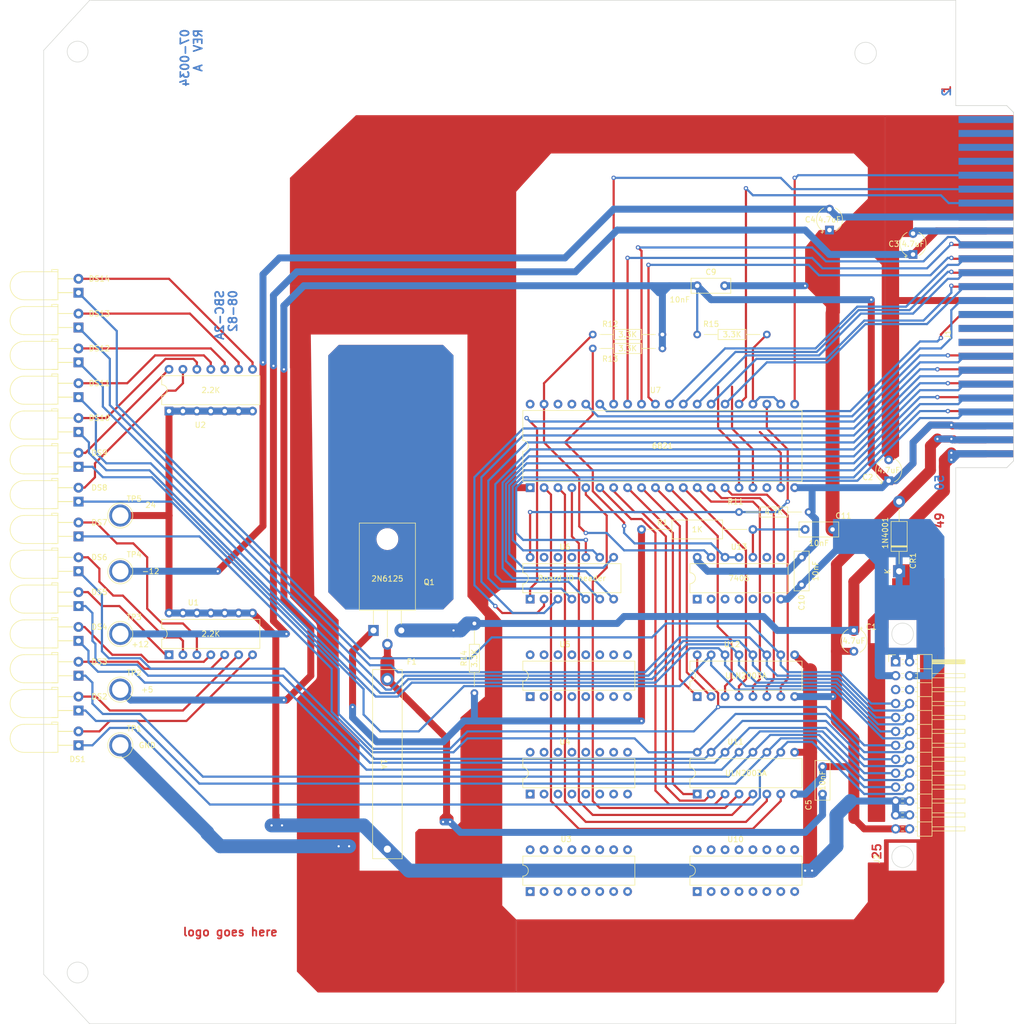
<source format=kicad_pcb>
(kicad_pcb (version 20221018) (generator pcbnew)
  (layers (0 "F.Cu" signal) (31 "B.Cu" signal) (34 "B.Paste" user) (35 "F.Paste" user) (36 "B.SilkS" user "B.Silkscreen") (37 "F.SilkS" user "F.Silkscreen") (38 "B.Mask" user) (39 "F.Mask" user) (44 "Edge.Cuts" user))
  (net 0 "")
  (net 3 "aux1_AGC")
  (net 59 "aux2_AGC")
  (net 84 "Net-(U7-CS0)")
  (net 85 "Net-(U7-CA2)")
  (net 86 "Net-(R13-Pad1)")
  (net 87 "GND")
  (net 88 "Net-(Q1-B)")
  (net 89 "R2R_audio_AGC")
  (net 90 "BGOUT_AGC")
  (net 91 "R{slash}~{W}")
  (net 92 "~{MRST}")
  (net 93 "PHI2")
  (net 94 "-12V")
  (net 95 "12V")
  (net 96 "DBB0")
  (net 97 "DBB1")
  (net 98 "DBB2")
  (net 99 "DBB3")
  (net 100 "DBB4")
  (net 101 "DBB5")
  (net 102 "DBB6")
  (net 103 "DBB7")
  (net 104 "BA0")
  (net 105 "BA1")
  (net 106 "BA2")
  (net 107 "BA3")
  (net 108 "BS11")
  (net 109 "BS12")
  (net 110 "BS13")
  (net 111 "BS1")
  (net 112 "BS2")
  (net 113 "BS3")
  (net 114 "BS4")
  (net 115 "BS5")
  (net 116 "BS6")
  (net 117 "BS7")
  (net 118 "BS8")
  (net 119 "BS9")
  (net 120 "BS10")
  (net 121 "5V")
  (net 122 "24R")
  (net 123 "24V")
  (net 124 "Net-(DS1-A)")
  (net 125 "Net-(DS2-A)")
  (net 126 "Net-(DS3-A)")
  (net 127 "Net-(DS4-A)")
  (net 128 "Net-(DS5-A)")
  (net 129 "Net-(DS6-A)")
  (net 130 "Net-(DS7-A)")
  (net 131 "Net-(DS8-A)")
  (net 132 "Net-(DS9-A)")
  (net 133 "Net-(DS10-A)")
  (net 134 "Net-(DS11-A)")
  (net 135 "Net-(DS12-A)")
  (net 136 "Net-(DS13-A)")
  (net 137 "Net-(DS14-A)")
  (net 138 "PB6")
  (net 139 "PB7")
  (net 140 "CB2")
  (net 141 "PA0")
  (net 142 "PA1")
  (net 143 "PA2")
  (net 144 "PA3")
  (net 145 "PA4")
  (net 146 "PA5")
  (net 147 "PA6")
  (net 148 "PA7")
  (net 149 "PB0")
  (net 150 "PB1")
  (net 151 "PB2")
  (net 152 "PB3")
  (net 153 "PB4")
  (net 154 "PB5")
  (net 155 "Net-(Q1-C)")
  (net 156 "Net-(C11-Pad1)")
  (net 157 "24Vout")
  (net 158 "Net-(U6-Pin_14)")
  (net 159 "A0out")
  (net 160 "A1out")
  (net 161 "A2out")
  (net 162 "A3out")
  (net 163 "A4out")
  (net 164 "A5out")
  (net 165 "A6out")
  (net 166 "A7out")
  (net 167 "B0out")
  (net 168 "B1out")
  (net 169 "B2out")
  (net 170 "B3out")
  (net 171 "B4out")
  (net 172 "B5out")
  (footprint "Evan's parts:R_Axial_DIN0204_L3.6mm_D1.6mm_P12.7mm_Horizontal" (layer "F.Cu") (at 120.65 63.5)
    (fp_text reference "R13")
    (fp_text value "3.3K")
  )
  (footprint "Package_DIP:DIP-16_W7.62mm" (layer "F.Cu") (at 106.68 162.56 90)
    (fp_text reference "U3")
    (fp_text value "Unused DIP" hide)
  )
  (footprint "Package_DIP:DIP-14_W7.62mm" (layer "F.Cu") (at 137.16 109.22 90)
    (fp_text reference "U13")
    (fp_text value "7406")
  )
  (footprint "Capacitor_THT:C_Rect_L7.0mm_W2.5mm_P5.00mm" (layer "F.Cu") (at 156.21 101.6 -90)
    (fp_text reference "C10")
    (fp_text value "10nF")
  )
  (footprint "TestPoint:TestPoint_Plated_Hole_D3.0mm" (layer "F.Cu") (at 31.92 104.14)
    (fp_text reference "TP4")
    (fp_text value "-12")
  )
  (footprint "Package_DIP:DIP-16_W7.62mm" (layer "F.Cu") (at 137.16 162.56 90)
    (fp_text reference "U10")
    (fp_text value "Unused DIP" hide)
  )
  (footprint "TestPoint:TestPoint_Plated_Hole_D3.0mm" (layer "F.Cu") (at 31.92 93.98)
    (fp_text reference "TP5")
    (fp_text value "24")
  )
  (footprint "Evan's parts:CP_Radial_Tantal_D4mm_P3.81mm" (layer "F.Cu") (at 176.53 46.355 90)
    (fp_text reference "C3")
    (fp_text value "4.7uF")
  )
  (footprint "TestPoint:TestPoint_Plated_Hole_D3.0mm" (layer "F.Cu") (at 31.92 125.73)
    (fp_text reference "TP2")
    (fp_text value "+5")
  )
  (footprint "Evan's parts:LED_D5.0mm_Horizontal_O3.81mm_Z15.0mm reversed" (layer "F.Cu") (at 24.3 120.65 -90)
    (fp_text reference "DS3")
    (fp_text value "LED")
  )
  (footprint "Package_DIP:DIP-14_W7.62mm" (layer "F.Cu") (at 106.68 109.22 90)
    (fp_text reference "U6")
    (fp_text value "Board ID header")
  )
  (footprint "Evan's parts:LED_D5.0mm_Horizontal_O3.81mm_Z15.0mm reversed" (layer "F.Cu") (at 24.3 63.5 -90)
    (fp_text reference "DS12")
    (fp_text value "LED")
  )
  (footprint "Capacitor_THT:C_Rect_L7.0mm_W2.5mm_P5.00mm" (layer "F.Cu") (at 156.845 96.52)
    (fp_text reference "C11")
    (fp_text value "10nF")
  )
  (footprint "Evan's parts:CP_Radial_Tantal_D4mm_P3.81mm" (layer "F.Cu") (at 165.735 114.935 -90)
    (fp_text reference "C1")
    (fp_text value "4.7uF")
  )
  (footprint "Package_DIP:DIP-14_W7.62mm" (layer "F.Cu") (at 40.81 74.93 90)
    (fp_text reference "U2")
    (fp_text value "2.2K")
  )
  (footprint "Evan's parts:LED_D5.0mm_Horizontal_O3.81mm_Z15.0mm reversed" (layer "F.Cu") (at 24.3 57.15 -90)
    (fp_text reference "DS13")
    (fp_text value "LED")
  )
  (footprint "Evan's parts:LED_D5.0mm_Horizontal_O3.81mm_Z15.0mm reversed" (layer "F.Cu") (at 24.3 82.55 -90)
    (fp_text reference "DS9")
    (fp_text value "LED")
  )
  (footprint "Resistor_THT:R_Axial_DIN0309_L9.0mm_D3.2mm_P20.32mm_Horizontal" (layer "F.Cu") (at 127 96.52)
    (fp_text reference "R1")
    (fp_text value "1K")
  )
  (footprint "Capacitor_THT:C_Rect_L7.0mm_W2.5mm_P5.00mm" (layer "F.Cu") (at 160.02 139.78 -90)
    (fp_text reference "C5")
    (fp_text value "10nF")
  )
  (footprint "Evan's parts:R_Axial_DIN0204_L3.6mm_D1.6mm_P12.7mm_Horizontal" (layer "F.Cu") (at 120.65 60.96)
    (fp_text reference "R12")
    (fp_text value "3.3K")
  )
  (footprint "Connector_PinHeader_2.54mm:PinHeader_2x13_P2.54mm_Horizontal" (layer "F.Cu") (at 173.355 120.65)
    (fp_text reference "J2")
    (fp_text value "character connector")
  )
  (footprint "Evan's parts:LED_D5.0mm_Horizontal_O3.81mm_Z15.0mm reversed" (layer "F.Cu") (at 24.3 107.95 -90)
    (fp_text reference "DS5")
    (fp_text value "LED")
  )
  (footprint "TestPoint:TestPoint_Plated_Hole_D3.0mm" (layer "F.Cu") (at 31.92 115.57)
    (fp_text reference "TP3")
    (fp_text value "+12")
  )
  (footprint "Package_DIP:DIP-40_W15.24mm" (layer "F.Cu") (at 106.68 88.9 90)
    (fp_text reference "U7")
    (fp_text value "6821")
  )
  (footprint "Evan's parts:R_Axial_DIN0204_L3.6mm_D1.6mm_P12.7mm_Horizontal" (layer "F.Cu") (at 139.7 60.96)
    (fp_text reference "R15")
    (fp_text value "3.3K")
  )
  (footprint "Evan's parts:LED_D5.0mm_Horizontal_O3.81mm_Z15.0mm reversed" (layer "F.Cu") (at 24.3 114.3 -90)
    (fp_text reference "DS4")
    (fp_text value "LED")
  )
  (footprint "Capacitor_THT:C_Rect_L7.0mm_W2.5mm_P5.00mm" (layer "F.Cu") (at 137.16 52.07)
    (fp_text reference "C9")
    (fp_text value "10nF")
  )
  (footprint "Evan's parts:R_Axial_DIN0204_L3.6mm_D1.6mm_P12.7mm_Horizontal" (layer "F.Cu") (at 96.52 123.825 90)
    (fp_text reference "R14")
    (fp_text value "3.3K")
  )
  (footprint "Package_DIP:DIP-16_W7.62mm" (layer "F.Cu") (at 106.68 144.78 90)
    (fp_text reference "U4")
    (fp_text value "Unused DIP" hide)
  )
  (footprint "Evan's parts:R_Axial_DIN0204_L3.6mm_D1.6mm_P12.7mm_Horizontal" (layer "F.Cu") (at 154.94 93.345 180)
    (fp_text reference "R11")
    (fp_text value "4.7K")
  )
  (footprint "Package_DIP:DIP-16_W7.62mm" (layer "F.Cu") (at 137.16 127 90)
    (fp_text reference "U12")
    (fp_text value "ULN2003A")
  )
  (footprint "Fuse:Fuseholder_Littelfuse_445_030_series_5x30mm" (layer "F.Cu") (at 80.645 123.825 -90)
    (fp_text reference "F1")
    (fp_text value "1A")
  )
  (footprint "Evan's parts:LED_D5.0mm_Horizontal_O3.81mm_Z15.0mm reversed" (layer "F.Cu") (at 24.3 76.2 -90)
    (fp_text reference "DS10")
    (fp_text value "LED")
  )
  (footprint "Evan's parts:CP_Radial_Tantal_D4mm_P3.81mm" (layer "F.Cu") (at 172.085 87.63 90)
    (fp_text reference "C2")
    (fp_text value "4.7uF")
  )
  (footprint "Evan's parts:LED_D5.0mm_Horizontal_O3.81mm_Z15.0mm reversed" (layer "F.Cu") (at 24.3 50.8 -90)
    (fp_text reference "DS14")
    (fp_text value "LED")
  )
  (footprint "Evan's parts:LED_D5.0mm_Horizontal_O3.81mm_Z15.0mm reversed" (layer "F.Cu") (at 24.3 69.85 -90)
    (fp_text reference "DS11")
    (fp_text value "LED")
  )
  (footprint "Evan's parts:CP_Radial_Tantal_D4mm_P3.81mm" (layer "F.Cu") (at 161.29 41.91 90)
    (fp_text reference "C4")
    (fp_text value "4.7uF")
  )
  (footprint "Evan's parts:LED_D5.0mm_Horizontal_O3.81mm_Z15.0mm reversed" (layer "F.Cu") (at 24.3 95.25 -90)
    (fp_text reference "DS7")
    (fp_text value "LED")
  )
  (footprint "TestPoint:TestPoint_Plated_Hole_D3.0mm" (layer "F.Cu") (at 31.92 135.89)
    (fp_text reference "TP1")
    (fp_text value "GND")
  )
  (footprint "Evan's parts:Chuck_E_Cheese_small_card_edge" (layer "F.Cu") (at 189.81 21.75 90)
    (fp_text reference "J1")
    (fp_text value "card edge")
    (fp_line (start -63.5 3.81) (end -63.5 -5.49) (stroke (width 0.12)) (layer "Edge.Cuts"))
    (fp_line (start -62.23 5.08) (end -63.5 3.81) (stroke (width 0.12)) (layer "Edge.Cuts"))
    (fp_line (start -62.23 5.08) (end 1.27 5.08) (stroke (width 0.12)) (layer "Edge.Cuts"))
    (fp_line (start 2.54 3.81) (end 1.27 5.08) (stroke (width 0.12)) (layer "Edge.Cuts"))
    (fp_line (start 2.54 3.81) (end 2.54 -5.49) (stroke (width 0.12)) (layer "Edge.Cuts"))
  )
  (footprint "Package_DIP:DIP-16_W7.62mm" (layer "F.Cu") (at 106.68 127 90)
    (fp_text reference "U5")
    (fp_text value "Unused DIP" hide)
  )
  (footprint "Package_DIP:DIP-14_W7.62mm" (layer "F.Cu") (at 40.81 119.38 90)
    (fp_text reference "U1")
    (fp_text value "2.2K")
  )
  (footprint "Evan's parts:LED_D5.0mm_Horizontal_O3.81mm_Z15.0mm reversed" (layer "F.Cu") (at 24.3 133.35 -90)
    (fp_text reference "DS1")
    (fp_text value "LED")
  )
  (footprint "Diode_THT:D_DO-41_SOD81_P12.70mm_Horizontal" (layer "F.Cu") (at 173.99 104.14 90)
    (fp_text reference "CR1")
    (fp_text value "1N4001")
  )
  (footprint "Evan's parts:LED_D5.0mm_Horizontal_O3.81mm_Z15.0mm reversed" (layer "F.Cu") (at 24.3 127 -90)
    (fp_text reference "DS2")
    (fp_text value "LED")
  )
  (footprint "Evan's parts:LED_D5.0mm_Horizontal_O3.81mm_Z15.0mm reversed" (layer "F.Cu") (at 24.3 101.6 -90)
    (fp_text reference "DS6")
    (fp_text value "LED")
  )
  (footprint "Package_TO_SOT_THT:TO-220-3_Horizontal_TabDown" (layer "F.Cu") (at 78.105 114.935)
    (fp_text reference "Q1")
    (fp_text value "2N6125")
  )
  (footprint "Evan's parts:LED_D5.0mm_Horizontal_O3.81mm_Z15.0mm reversed" (layer "F.Cu") (at 24.3 88.9 -90)
    (fp_text reference "DS8")
    (fp_text value "LED")
  )
  (footprint "Package_DIP:DIP-16_W7.62mm" (layer "F.Cu") (at 137.16 144.78 90)
    (fp_text reference "U11")
    (fp_text value "ULN2003A")
  )
  (gr_line (start 26.34 0) (end 184.32 0) (stroke (width 0.1)) (layer "Edge.Cuts"))
  (gr_line (start 184.32 19.21) (end 184.32 0) (stroke (width 0.1)) (layer "Edge.Cuts"))
  (gr_line (start 184.32 85.25) (end 184.32 186.69) (stroke (width 0.1)) (layer "Edge.Cuts"))
  (gr_line (start 17.95 177.66) (end 26.34 186.69) (stroke (width 0.1)) (layer "Edge.Cuts"))
  (gr_line (start 17.95 177.66) (end 17.95 9.14) (stroke (width 0.1)) (layer "Edge.Cuts"))
  (gr_circle (center 24.14 9.36) (end 26.04 9.36) (stroke (width 0.1)) (fill none) (layer "Edge.Cuts"))
  (gr_circle (center 24.14 177.33) (end 26.04 177.33) (stroke (width 0.1)) (fill none) (layer "Edge.Cuts"))
  (gr_circle (center 174.625 156.21) (end 176.595 156.21) (stroke (width 0.1)) (fill none) (layer "Edge.Cuts"))
  (gr_circle (center 167.88 9.63) (end 169.85 9.63) (stroke (width 0.1)) (fill none) (layer "Edge.Cuts"))
  (gr_line (start 184.32 186.69) (end 26.34 186.69) (stroke (width 0.1)) (layer "Edge.Cuts"))
  (gr_circle (center 174.625 115.57) (end 176.595 115.57) (stroke (width 0.1)) (fill none) (layer "Edge.Cuts"))
  (gr_line (start 17.95 9.14) (end 26.34 0) (stroke (width 0.1)) (layer "Edge.Cuts"))
  (gr_text "1" (at 171.45 116.84 90) (layer "F.Cu") (effects (font (size 1.5 1.5) (thickness 0.3) bold) (justify left bottom)))
  (gr_text "25" (at 170.815 156.845 90) (layer "F.Cu") (effects (font (size 1.5 1.5) (thickness 0.3) bold) (justify left bottom)))
  (gr_text "logo goes here" (at 43.18 170.815) (layer "F.Cu") (effects (font (size 1.5 1.5) (thickness 0.3) bold) (justify left bottom)))
  (gr_text "1" (at 183.515 17.145 90) (layer "F.Cu") (effects (font (size 1.5 1.5) (thickness 0.3) bold) (justify left bottom)))
  (gr_text "49" (at 182.245 96.52 90) (layer "F.Cu") (effects (font (size 1.5 1.5) (thickness 0.3) bold) (justify left bottom)))
  (gr_text "50" (at 182.245 86.36 90) (layer "B.Cu") (effects (font (size 1.5 1.5) (thickness 0.3) bold) (justify left bottom mirror)))
  (gr_text "07-0034\nREV  A" (at 46.99 5.08 90) (layer "B.Cu") (effects (font (size 1.5 1.5) (thickness 0.3) bold) (justify left bottom mirror)))
  (gr_text "2" (at 183.515 15.875 90) (layer "B.Cu") (effects (font (size 1.5 1.5) (thickness 0.3) bold) (justify left bottom mirror)))
  (gr_text "SBC-2A\n08-82" (at 53.34 52.705 90) (layer "B.Cu") (effects (font (size 1.5 1.5) (thickness 0.3) bold) (justify left bottom mirror)))
  (segment (start 147.32 63.5) (end 149.86 60.96) (width 0.4) (layer "F.Cu") (net 84))
  (segment (start 152.4 73.66) (end 152.4 73.025) (width 0.4) (layer "F.Cu") (net 84))
  (segment (start 147.32 73.66) (end 147.32 63.5) (width 0.4) (layer "F.Cu") (net 84))
  (segment (start 151.13 72.39) (end 148.59 72.39) (width 0.4) (layer "B.Cu") (net 84))
  (segment (start 148.59 72.39) (end 147.32 73.66) (width 0.4) (layer "B.Cu") (net 84))
  (segment (start 152.4 73.66) (end 151.13 72.39) (width 0.4) (layer "B.Cu") (net 84))
  (segment (start 109.22 80.645) (end 109.22 73.66) (width 0.4) (layer "F.Cu") (net 85))
  (segment (start 109.22 69.85) (end 118.11 60.96) (width 0.4) (layer "F.Cu") (net 85))
  (segment (start 115.64 87.065) (end 109.22 80.645) (width 0.4) (layer "F.Cu") (net 85))
  (segment (start 109.22 73.66) (end 109.22 69.85) (width 0.4) (layer "F.Cu") (net 85))
  (segment (start 115.64 95.955) (end 115.64 87.065) (width 0.4) (layer "F.Cu") (net 85))
  (segment (start 116.84 97.155) (end 115.64 95.955) (width 0.4) (layer "F.Cu") (net 85))
  (via (at 116.84 97.155) (size 0.8) (drill 0.4) (layers "F.Cu" "B.Cu") (net 85))
  (segment (start 116.84 97.155) (end 120.65 97.155) (width 0.4) (layer "B.Cu") (net 85))
  (segment (start 123.825 100.33) (end 138.43 100.33) (width 0.4) (layer "B.Cu") (net 85))
  (segment (start 138.43 100.33) (end 139.7 101.6) (width 0.4) (layer "B.Cu") (net 85))
  (segment (start 120.65 97.155) (end 123.825 100.33) (width 0.4) (layer "B.Cu") (net 85))
  (segment (start 118.11 85.725) (end 118.11 89.535) (width 0.4) (layer "F.Cu") (net 86))
  (segment (start 113.03 80.645) (end 118.11 75.565) (width 0.4) (layer "F.Cu") (net 86))
  (segment (start 123.825 95.25) (end 123.825 95.885) (width 0.4) (layer "F.Cu") (net 86))
  (segment (start 118.11 75.565) (end 118.11 63.5) (width 0.4) (layer "F.Cu") (net 86))
  (segment (start 113.03 80.645) (end 118.11 85.725) (width 0.4) (layer "F.Cu") (net 86))
  (segment (start 118.11 89.535) (end 123.825 95.25) (width 0.4) (layer "F.Cu") (net 86))
  (via (at 123.825 95.885) (size 0.8) (drill 0.4) (layers "F.Cu" "B.Cu") (net 86))
  (segment (start 123.825 95.885) (end 123.825 97.155) (width 0.4) (layer "B.Cu") (net 86))
  (segment (start 144.78 101.6) (end 142.24 101.6) (width 0.4) (layer "B.Cu") (net 86))
  (segment (start 142.24 101.6) (end 139.7 99.06) (width 0.4) (layer "B.Cu") (net 86))
  (segment (start 139.7 99.06) (end 125.73 99.06) (width 0.4) (layer "B.Cu") (net 86))
  (segment (start 123.825 97.155) (end 125.73 99.06) (width 0.4) (layer "B.Cu") (net 86))
  (segment (start 189.81 21.75) (end 183.675 21.75) (width 0.4) (layer "F.Cu") (net 87))
  (segment (start 106.68 88.9) (end 101.6 88.9) (width 1.27) (layer "F.Cu") (net 87))
  (segment (start 161.845 96.52) (end 161.845 57.07) (width 2.54) (layer "F.Cu") (net 87))
  (segment (start 189.81 26.83) (end 183.675 26.83) (width 0.4) (layer "F.Cu") (net 87))
  (segment (start 189.81 24.29) (end 183.675 24.29) (width 0.4) (layer "F.Cu") (net 87))
  (segment (start 101.6 88.9) (end 100.965 88.265) (width 1.27) (layer "F.Cu") (net 87))
  (segment (start 183.675 24.29) (end 183.515 24.13) (width 0.4) (layer "F.Cu") (net 87))
  (segment (start 189.81 54.77) (end 172.88 54.77) (width 1.27) (layer "F.Cu") (net 87))
  (segment (start 189.81 29.37) (end 183.675 29.37) (width 0.4) (layer "F.Cu") (net 87))
  (segment (start 183.675 26.83) (end 183.515 26.67) (width 0.4) (layer "F.Cu") (net 87))
  (segment (start 183.675 21.75) (end 183.515 21.59) (width 0.4) (layer "F.Cu") (net 87))
  (segment (start 183.675 29.37) (end 183.515 29.21) (width 0.4) (layer "F.Cu") (net 87))
  (via (at 156.845 52.07) (size 0.8) (drill 0.4) (layers "F.Cu" "B.Cu") (net 87))
  (via (at 71.755 154.305) (size 0.8) (drill 0.4) (layers "F.Cu" "B.Cu") (net 87))
  (via (at 73.66 154.305) (size 0.8) (drill 0.4) (layers "F.Cu" "B.Cu") (net 87))
  (segment (start 31.92 135.89) (end 47.795 151.765) (width 2.54) (layer "B.Cu") (net 87))
  (segment (start 50.165 154.305) (end 71.755 154.305) (width 2.54) (layer "B.Cu") (net 87))
  (segment (start 175.895 123.19) (end 179.07 123.19) (width 1.27) (layer "B.Cu") (net 87))
  (segment (start 175.895 118.745) (end 179.07 118.745) (width 1.27) (layer "B.Cu") (net 87))
  (segment (start 47.795 151.765) (end 47.795 151.935) (width 2.54) (layer "B.Cu") (net 87))
  (segment (start 180.975 121.92) (end 181.61 121.285) (width 1.27) (layer "B.Cu") (net 87))
  (segment (start 47.795 151.935) (end 50.165 154.305) (width 2.54) (layer "B.Cu") (net 87))
  (segment (start 179.07 123.19) (end 179.705 123.19) (width 1.27) (layer "B.Cu") (net 87))
  (segment (start 156.21 106.6) (end 162.48 100.33) (width 1.27) (layer "B.Cu") (net 87))
  (segment (start 142.16 52.07) (end 156.845 52.07) (width 1.27) (layer "B.Cu") (net 87))
  (segment (start 162.48 100.33) (end 168.91 100.33) (width 1.27) (layer "B.Cu") (net 87))
  (segment (start 179.07 123.19) (end 179.07 117.475) (width 1.27) (layer "B.Cu") (net 87))
  (segment (start 173.355 123.19) (end 170.18 123.19) (width 1.27) (layer "B.Cu") (net 87))
  (segment (start 189.81 42.07) (end 177.005 42.07) (width 1.27) (layer "B.Cu") (net 87))
  (segment (start 152.4 109.22) (end 153.59 109.22) (width 1.27) (layer "B.Cu") (net 87))
  (segment (start 173.355 118.745) (end 175.895 118.745) (width 1.27) (layer "B.Cu") (net 87))
  (segment (start 175.895 120.65) (end 175.895 118.745) (width 1.27) (layer "B.Cu") (net 87))
  (segment (start 173.355 120.65) (end 173.355 118.745) (width 1.27) (layer "B.Cu") (net 87))
  (segment (start 180.34 121.285) (end 180.34 117.475) (width 1.27) (layer "B.Cu") (net 87))
  (segment (start 173.99 104.14) (end 173.99 100.33) (width 1.27) (layer "B.Cu") (net 87))
  (segment (start 71.755 154.305) (end 73.66 154.305) (width 2.54) (layer "B.Cu") (net 87))
  (segment (start 181.61 121.285) (end 181.61 118.11) (width 1.27) (layer "B.Cu") (net 87))
  (segment (start 179.705 123.19) (end 180.975 121.92) (width 1.27) (layer "B.Cu") (net 87))
  (segment (start 173.99 104.14) (end 173.99 107.95) (width 1.27) (layer "B.Cu") (net 87))
  (segment (start 177.005 42.07) (end 176.53 42.545) (width 1.27) (layer "B.Cu") (net 87))
  (segment (start 179.705 123.19) (end 179.705 117.475) (width 1.27) (layer "B.Cu") (net 87))
  (segment (start 153.59 109.22) (end 156.21 106.6) (width 1.27) (layer "B.Cu") (net 87))
  (segment (start 170.18 123.19) (end 170.18 120.015) (width 1.27) (layer "B.Cu") (net 87))
  (segment (start 173.355 118.745) (end 170.815 118.745) (width 1.27) (layer "B.Cu") (net 87))
  (segment (start 180.975 121.92) (end 180.34 121.285) (width 1.27) (layer "B.Cu") (net 87))
  (segment (start 74.295 118.745) (end 74.295 128.905) (width 1.27) (layer "F.Cu") (net 88))
  (segment (start 127 96.52) (end 127 131.445) (width 1.27) (layer "F.Cu") (net 88))
  (segment (start 78.105 114.935) (end 74.295 118.745) (width 1.27) (layer "F.Cu") (net 88))
  (via (at 74.295 128.905) (size 0.8) (drill 0.4) (layers "F.Cu" "B.Cu") (net 88))
  (via (at 127 131.445) (size 0.8) (drill 0.4) (layers "F.Cu" "B.Cu") (net 88))
  (segment (start 96.52 131.445) (end 127 131.445) (width 1.27) (layer "B.Cu") (net 88))
  (segment (start 78.74 135.255) (end 90.805 135.255) (width 1.27) (layer "B.Cu") (net 88))
  (segment (start 96.52 126.365) (end 96.52 131.445) (width 1.27) (layer "B.Cu") (net 88))
  (segment (start 74.295 128.905) (end 74.295 130.81) (width 1.27) (layer "B.Cu") (net 88))
  (segment (start 74.295 130.81) (end 78.74 135.255) (width 1.27) (layer "B.Cu") (net 88))
  (segment (start 90.805 135.255) (end 94.615 131.445) (width 1.27) (layer "B.Cu") (net 88))
  (segment (start 94.615 131.445) (end 96.52 131.445) (width 1.27) (layer "B.Cu") (net 88))
  (segment (start 154.94 73.66) (end 154.94 32.385) (width 0.4) (layer "F.Cu") (net 91))
  (via (at 154.94 32.385) (size 0.8) (drill 0.4) (layers "F.Cu" "B.Cu") (net 91))
  (segment (start 154.94 32.385) (end 155.1 32.385) (width 0.4) (layer "B.Cu") (net 91))
  (segment (start 189.81 31.91) (end 155.575 31.91) (width 0.4) (layer "B.Cu") (net 91))
  (segment (start 155.1 32.385) (end 155.575 31.91) (width 0.4) (layer "B.Cu") (net 91))
  (segment (start 121.92 73.66) (end 121.92 32.385) (width 0.4) (layer "F.Cu") (net 92))
  (via (at 121.92 32.385) (size 0.8) (drill 0.4) (layers "F.Cu" "B.Cu") (net 92))
  (segment (start 152.4 32.385) (end 154.465 34.45) (width 0.4) (layer "B.Cu") (net 92))
  (segment (start 154.465 34.45) (end 189.81 34.45) (width 0.4) (layer "B.Cu") (net 92))
  (segment (start 121.92 32.385) (end 152.4 32.385) (width 0.4) (layer "B.Cu") (net 92))
  (segment (start 146.05 72.39) (end 146.05 34.29) (width 0.4) (layer "F.Cu") (net 93))
  (segment (start 144.78 73.66) (end 146.05 72.39) (width 0.4) (layer "F.Cu") (net 93))
  (via (at 146.05 34.29) (size 0.8) (drill 0.4) (layers "F.Cu" "B.Cu") (net 93))
  (segment (start 147.32 35.56) (end 146.05 34.29) (width 0.4) (layer "B.Cu") (net 93))
  (segment (start 183.04 36.99) (end 181.61 35.56) (width 0.4) (layer "B.Cu") (net 93))
  (segment (start 181.61 35.56) (end 147.32 35.56) (width 0.4) (layer "B.Cu") (net 93))
  (segment (start 189.81 36.99) (end 183.04 36.99) (width 0.4) (layer "B.Cu") (net 93))
  (segment (start 49.7 104.14) (end 57.955 95.885) (width 1.27) (layer "F.Cu") (net 94))
  (segment (start 57.955 95.885) (end 57.955 66.04) (width 1.27) (layer "F.Cu") (net 94))
  (via (at 49.7 104.14) (size 0.8) (drill 0.4) (layers "F.Cu" "B.Cu") (net 94))
  (via (at 57.955 66.04) (size 0.8) (drill 0.4) (layers "F.Cu" "B.Cu") (net 94))
  (segment (start 189.81 39.53) (end 162.72 39.53) (width 1.27) (layer "B.Cu") (net 94))
  (segment (start 161.29 38.1) (end 121.92 38.1) (width 1.27) (layer "B.Cu") (net 94))
  (segment (start 121.92 38.1) (end 113.03 46.99) (width 1.27) (layer "B.Cu") (net 94))
  (segment (start 60.96 46.99) (end 57.955 49.995) (width 1.27) (layer "B.Cu") (net 94))
  (segment (start 162.72 39.53) (end 161.29 38.1) (width 1.27) (layer "B.Cu") (net 94))
  (segment (start 31.92 104.14) (end 49.7 104.14) (width 1.27) (layer "B.Cu") (net 94))
  (segment (start 113.03 46.99) (end 60.96 46.99) (width 1.27) (layer "B.Cu") (net 94))
  (segment (start 57.955 49.995) (end 57.955 66.04) (width 1.27) (layer "B.Cu") (net 94))
  (segment (start 176.53 46.355) (end 180.815 42.07) (width 1.27) (layer "F.Cu") (net 95))
  (segment (start 59.86 106.045) (end 59.86 66.675) (width 1.27) (layer "F.Cu") (net 95))
  (segment (start 180.815 42.07) (end 189.81 42.07) (width 1.27) (layer "F.Cu") (net 95))
  (segment (start 59.86 106.045) (end 59.86 113.2) (width 1.27) (layer "F.Cu") (net 95))
  (segment (start 59.86 113.2) (end 62.23 115.57) (width 1.27) (layer "F.Cu") (net 95))
  (via (at 59.86 66.675) (size 0.8) (drill 0.4) (layers "F.Cu" "B.Cu") (net 95))
  (via (at 62.23 115.57) (size 0.8) (drill 0.4) (layers "F.Cu" "B.Cu") (net 95))
  (segment (start 114.935 49.53) (end 64.135 49.53) (width 1.27) (layer "B.Cu") (net 95))
  (segment (start 31.92 115.57) (end 62.23 115.57) (width 1.27) (layer "B.Cu") (net 95))
  (segment (start 156.845 41.91) (end 122.555 41.91) (width 1.27) (layer "B.Cu") (net 95))
  (segment (start 176.53 46.355) (end 161.29 46.355) (width 1.27) (layer "B.Cu") (net 95))
  (segment (start 59.86 53.805) (end 59.86 66.675) (width 1.27) (layer "B.Cu") (net 95))
  (segment (start 64.135 49.53) (end 59.86 53.805) (width 1.27) (layer "B.Cu") (net 95))
  (segment (start 122.555 41.91) (end 114.935 49.53) (width 1.27) (layer "B.Cu") (net 95))
  (segment (start 161.29 46.355) (end 156.845 41.91) (width 1.27) (layer "B.Cu") (net 95))
  (segment (start 124.46 73.66) (end 124.46 46.99) (width 0.4) (layer "F.Cu") (net 96))
  (segment (start 183.675 44.61) (end 183.515 44.45) (width 0.4) (layer "F.Cu") (net 96))
  (segment (start 189.81 44.61) (end 183.675 44.61) (width 0.4) (layer "F.Cu") (net 96))
  (via (at 183.515 44.45) (size 0.8) (drill 0.4) (layers "F.Cu" "B.Cu") (net 96))
  (via (at 124.46 46.99) (size 0.8) (drill 0.4) (layers "F.Cu" "B.Cu") (net 96))
  (segment (start 158.115 46.99) (end 124.46 46.99) (width 0.4) (layer "B.Cu") (net 96))
  (segment (start 179.07 48.895) (end 160.02 48.895) (width 0.4) (layer "B.Cu") (net 96))
  (segment (start 183.515 44.45) (end 179.07 48.895) (width 0.4) (layer "B.Cu") (net 96))
  (segment (start 160.02 48.895) (end 158.115 46.99) (width 0.4) (layer "B.Cu") (net 96))
  (segment (start 127 73.66) (end 127 45.72) (width 0.4) (layer "F.Cu") (net 97))
  (segment (start 127 45.72) (end 126.365 45.085) (width 0.4) (layer "F.Cu") (net 97))
  (via (at 126.365 45.085) (size 0.8) (drill 0.4) (layers "F.Cu" "B.Cu") (net 97))
  (segment (start 182.88 43.18) (end 178.435 47.625) (width 0.4) (layer "B.Cu") (net 97))
  (segment (start 185.58 44.61) (end 184.15 43.18) (width 0.4) (layer "B.Cu") (net 97))
  (segment (start 189.81 44.61) (end 185.58 44.61) (width 0.4) (layer "B.Cu") (net 97))
  (segment (start 178.435 47.625) (end 160.655 47.625) (width 0.4) (layer "B.Cu") (net 97))
  (segment (start 126.365 45.085) (end 158.115 45.085) (width 0.4) (layer "B.Cu") (net 97))
  (segment (start 160.655 47.625) (end 158.115 45.085) (width 0.4) (layer "B.Cu") (net 97))
  (segment (start 184.15 43.18) (end 182.88 43.18) (width 0.4) (layer "B.Cu") (net 97))
  (segment (start 183.675 47.15) (end 183.515 46.99) (width 0.4) (layer "F.Cu") (net 98))
  (segment (start 128.27 72.39) (end 128.27 48.26) (width 0.4) (layer "F.Cu") (net 98))
  (segment (start 129.54 73.66) (end 128.27 72.39) (width 0.4) (layer "F.Cu") (net 98))
  (segment (start 189.81 47.15) (end 183.675 47.15) (width 0.4) (layer "F.Cu") (net 98))
  (via (at 128.27 48.26) (size 0.8) (drill 0.4) (layers "F.Cu" "B.Cu") (net 98))
  (via (at 183.515 46.99) (size 0.8) (drill 0.4) (layers "F.Cu" "B.Cu") (net 98))
  (segment (start 159.385 50.165) (end 157.48 48.26) (width 0.4) (layer "B.Cu") (net 98))
  (segment (start 157.48 48.26) (end 128.27 48.26) (width 0.4) (layer "B.Cu") (net 98))
  (segment (start 183.515 46.99) (end 182.88 46.99) (width 0.4) (layer "B.Cu") (net 98))
  (segment (start 179.705 50.165) (end 159.385 50.165) (width 0.4) (layer "B.Cu") (net 98))
  (segment (start 182.88 46.99) (end 179.705 50.165) (width 0.4) (layer "B.Cu") (net 98))
  (segment (start 142.24 63.5) (end 136.525 69.215) (width 0.4) (layer "B.Cu") (net 99))
  (segment (start 184.785 48.26) (end 182.88 48.26) (width 0.4) (layer "B.Cu") (net 99))
  (segment (start 147.32 63.5) (end 142.24 63.5) (width 0.4) (layer "B.Cu") (net 99))
  (segment (start 158.75 63.5) (end 147.32 63.5) (width 0.4) (layer "B.Cu") (net 99))
  (segment (start 166.37 55.88) (end 158.75 63.5) (width 0.4) (layer "B.Cu") (net 99))
  (segment (start 185.895 47.15) (end 184.785 48.26) (width 0.4) (layer "B.Cu") (net 99))
  (segment (start 189.81 47.15) (end 185.895 47.15) (width 0.4) (layer "B.Cu") (net 99))
  (segment (start 136.525 69.215) (end 132.08 73.66) (width 0.4) (layer "B.Cu") (net 99))
  (segment (start 175.26 55.88) (end 166.37 55.88) (width 0.4) (layer "B.Cu") (net 99))
  (segment (start 147.32 63.5) (end 146.685 63.5) (width 0.4) (layer "B.Cu") (net 99))
  (segment (start 182.88 48.26) (end 175.26 55.88) (width 0.4) (layer "B.Cu") (net 99))
  (segment (start 183.675 49.69) (end 183.515 49.53) (width 0.4) (layer "F.Cu") (net 100))
  (segment (start 189.81 49.69) (end 183.675 49.69) (width 0.4) (layer "F.Cu") (net 100))
  (via (at 183.515 49.53) (size 0.8) (drill 0.4) (layers "F.Cu" "B.Cu") (net 100))
  (segment (start 134.62 73.66) (end 144.145 64.135) (width 0.4) (layer "B.Cu") (net 100))
  (segment (start 166.583528 56.515) (end 175.895 56.515) (width 0.4) (layer "B.Cu") (net 100))
  (segment (start 144.145 64.135) (end 158.963528 64.135) (width 0.4) (layer "B.Cu") (net 100))
  (segment (start 182.88 49.53) (end 175.895 56.515) (width 0.4) (layer "B.Cu") (net 100))
  (segment (start 183.515 49.53) (end 182.88 49.53) (width 0.4) (layer "B.Cu") (net 100))
  (segment (start 158.963528 64.135) (end 166.583528 56.515) (width 0.4) (layer "B.Cu") (net 100))
  (segment (start 167.005 57.15) (end 159.385 64.77) (width 0.4) (layer "B.Cu") (net 101))
  (segment (start 146.05 64.77) (end 137.16 73.66) (width 0.4) (layer "B.Cu") (net 101))
  (segment (start 184.785 50.8) (end 182.88 50.8) (width 0.4) (layer "B.Cu") (net 101))
  (segment (start 176.53 57.15) (end 167.005 57.15) (width 0.4) (layer "B.Cu") (net 101))
  (segment (start 185.895 49.69) (end 184.785 50.8) (width 0.4) (layer "B.Cu") (net 101))
  (segment (start 182.88 50.8) (end 176.53 57.15) (width 0.4) (layer "B.Cu") (net 101))
  (segment (start 159.385 64.77) (end 146.05 64.77) (width 0.4) (layer "B.Cu") (net 101))
  (segment (start 189.81 49.69) (end 185.895 49.69) (width 0.4) (layer "B.Cu") (net 101))
  (segment (start 189.81 52.23) (end 183.675 52.23) (width 0.4) (layer "F.Cu") (net 102))
  (segment (start 183.675 52.23) (end 183.515 52.07) (width 0.4) (layer "F.Cu") (net 102))
  (via (at 183.515 52.07) (size 0.8) (drill 0.4) (layers "F.Cu" "B.Cu") (net 102))
  (segment (start 183.515 53.34) (end 178.435 58.42) (width 0.4) (layer "B.Cu") (net 102))
  (segment (start 147.955 65.405) (end 139.7 73.66) (width 0.4) (layer "B.Cu") (net 102))
  (segment (start 160.655 65.405) (end 147.955 65.405) (width 0.4) (layer "B.Cu") (net 102))
  (segment (start 167.64 58.42) (end 160.655 65.405) (width 0.4) (layer "B.Cu") (net 102))
  (segment (start 178.435 58.42) (end 167.64 58.42) (width 0.4) (layer "B.Cu") (net 102))
  (segment (start 183.515 52.07) (end 183.515 53.34) (width 0.4) (layer "B.Cu") (net 102))
  (segment (start 179.07 59.055) (end 167.853528 59.055) (width 0.4) (layer "B.Cu") (net 103))
  (segment (start 160.868528 66.04) (end 149.86 66.04) (width 0.4) (layer "B.Cu") (net 103))
  (segment (start 149.86 66.04) (end 142.24 73.66) (width 0.4) (layer "B.Cu") (net 103))
  (segment (start 189.81 52.23) (end 185.895 52.23) (width 0.4) (layer "B.Cu") (net 103))
  (segment (start 167.853528 59.055) (end 160.868528 66.04) (width 0.4) (layer "B.Cu") (net 103))
  (segment (start 185.895 52.23) (end 179.07 59.055) (width 0.4) (layer "B.Cu") (net 103))
  (segment (start 181.61 63.5) (end 183.515 61.595) (width 0.4) (layer "B.Cu") (net 104))
  (segment (start 185.26 54.77) (end 189.81 54.77) (width 0.4) (layer "B.Cu") (net 104))
  (segment (start 116.84 73.66) (end 119.0625 75.8825) (width 0.4) (layer "B.Cu") (net 104))
  (segment (start 183.515 56.515) (end 185.26 54.77) (width 0.4) (layer "B.Cu") (net 104))
  (segment (start 165.4175 75.8825) (end 177.8 63.5) (width 0.4) (layer "B.Cu") (net 104))
  (segment (start 183.515 61.595) (end 183.515 56.515) (width 0.4) (layer "B.Cu") (net 104))
  (segment (start 177.8 63.5) (end 181.61 63.5) (width 0.4) (layer "B.Cu") (net 104))
  (segment (start 119.0625 75.8825) (end 165.4175 75.8825) (width 0.4) (layer "B.Cu") (net 104))
  (segment (start 181.61 60.96) (end 185.26 57.31) (width 0.4) (layer "F.Cu") (net 105))
  (segment (start 185.26 57.31) (end 189.81 57.31) (width 0.4) (layer "F.Cu") (net 105))
  (segment (start 181.61 60.96) (end 181.61 61.595) (width 0.4) (layer "F.Cu") (net 105))
  (via (at 181.61 61.595) (size 0.8) (drill 0.4) (layers "F.Cu" "B.Cu") (net 105))
  (segment (start 119.38 73.66) (end 120.65 74.93) (width 0.4) (layer "B.Cu") (net 105))
  (segment (start 165.1 74.93) (end 177.8 62.23) (width 0.4) (layer "B.Cu") (net 105))
  (segment (start 177.8 62.23) (end 180.975 62.23) (width 0.4) (layer "B.Cu") (net 105))
  (segment (start 180.975 62.23) (end 181.61 61.595) (width 0.4) (layer "B.Cu") (net 105))
  (segment (start 120.65 74.93) (end 165.1 74.93) (width 0.4) (layer "B.Cu") (net 105))
  (segment (start 106.045 76.2) (end 107.95 78.105) (width 0.4) (layer "F.Cu") (net 111))
  (segment (start 182.88 64.77) (end 189.65 64.77) (width 0.4) (layer "F.Cu") (net 111))
  (segment (start 189.65 64.77) (end 189.81 64.93) (width 0.4) (layer "F.Cu") (net 111))
  (segment (start 107.95 106.045) (end 106.68 107.315) (width 0.4) (layer "F.Cu") (net 111))
  (segment (start 106.68 107.315) (end 106.68 109.22) (width 0.4) (layer "F.Cu") (net 111))
  (segment (start 107.95 78.105) (end 107.95 106.045) (width 0.4) (layer "F.Cu") (net 111))
  (via (at 182.88 64.77) (size 0.8) (drill 0.4) (layers "F.Cu" "B.Cu") (net 111))
  (via (at 106.045 76.2) (size 0.8) (drill 0.4) (layers "F.Cu" "B.Cu") (net 111))
  (segment (start 177.8 64.77) (end 182.88 64.77) (width 0.4) (layer "B.Cu") (net 111))
  (segment (start 165.735 76.835) (end 106.68 76.835) (width 0.4) (layer "B.Cu") (net 111))
  (segment (start 106.68 76.835) (end 106.045 76.2) (width 0.4) (layer "B.Cu") (net 111))
  (segment (start 177.8 64.77) (end 165.735 76.835) (width 0.4) (layer "B.Cu") (net 111))
  (segment (start 101.6 111.76) (end 100.33 110.49) (width 0.4) (layer "F.Cu") (net 112))
  (segment (start 109.22 109.22) (end 109.22 110.49) (width 0.4) (layer "F.Cu") (net 112))
  (segment (start 109.22 110.49) (end 107.95 111.76) (width 0.4) (layer "F.Cu") (net 112))
  (segment (start 107.95 111.76) (end 101.6 111.76) (width 0.4) (layer "F.Cu") (net 112))
  (via (at 100.33 110.49) (size 0.8) (drill 0.4) (layers "F.Cu" "B.Cu") (net 112))
  (segment (start 96.52 86.995) (end 96.52 106.68) (width 0.4) (layer "B.Cu") (net 112))
  (segment (start 100.33 110.49) (end 96.52 106.68) (width 0.4) (layer "B.Cu") (net 112))
  (segment (start 105.41 78.105) (end 96.52 86.995) (width 0.4) (layer "B.Cu") (net 112))
  (segment (start 184.785 66.04) (end 177.8 66.04) (width 0.4) (layer "B.Cu") (net 112))
  (segment (start 165.735 78.105) (end 105.41 78.105) (width 0.4) (layer "B.Cu") (net 112))
  (segment (start 189.81 64.93) (end 185.895 64.93) (width 0.4) (layer "B.Cu") (net 112))
  (segment (start 185.895 64.93) (end 184.785 66.04) (width 0.4) (layer "B.Cu") (net 112))
  (segment (start 177.8 66.04) (end 165.735 78.105) (width 0.4) (layer "B.Cu") (net 112))
  (segment (start 180.975 67.31) (end 189.65 67.31) (width 0.4) (layer "F.Cu") (net 113))
  (segment (start 189.65 67.31) (end 189.81 67.47) (width 0.4) (layer "F.Cu") (net 113))
  (via (at 180.975 67.31) (size 0.8) (drill 0.4) (layers "F.Cu" "B.Cu") (net 113))
  (segment (start 111.76 109.22) (end 109.22 111.76) (width 0.4) (layer "B.Cu") (net 113))
  (segment (start 103.505 111.76) (end 97.79 106.045) (width 0.4) (layer "B.Cu") (net 113))
  (segment (start 165.735 79.375) (end 177.8 67.31) (width 0.4) (layer "B.Cu") (net 113))
  (segment (start 177.8 67.31) (end 180.975 67.31) (width 0.4) (layer "B.Cu") (net 113))
  (segment (start 105.41 79.375) (end 165.735 79.375) (width 0.4) (layer "B.Cu") (net 113))
  (segment (start 97.79 86.995) (end 105.41 79.375) (width 0.4) (layer "B.Cu") (net 113))
  (segment (start 97.79 106.045) (end 97.79 86.995) (width 0.4) (layer "B.Cu") (net 113))
  (segment (start 109.22 111.76) (end 103.505 111.76) (width 0.4) (layer "B.Cu") (net 113))
  (segment (start 100.965 107.315) (end 112.395 107.315) (width 0.4) (layer "B.Cu") (net 114))
  (segment (start 165.735 80.645) (end 106.045 80.645) (width 0.4) (layer "B.Cu") (net 114))
  (segment (start 185.895 67.47) (end 184.785 68.58) (width 0.4) (layer "B.Cu") (net 114))
  (segment (start 177.8 68.58) (end 165.735 80.645) (width 0.4) (layer "B.Cu") (net 114))
  (segment (start 189.81 67.47) (end 185.895 67.47) (width 0.4) (layer "B.Cu") (net 114))
  (segment (start 99.06 87.63) (end 99.06 105.41) (width 0.4) (layer "B.Cu") (net 114))
  (segment (start 112.395 107.315) (end 114.3 109.22) (width 0.4) (layer "B.Cu") (net 114))
  (segment (start 184.785 68.58) (end 177.8 68.58) (width 0.4) (layer "B.Cu") (net 114))
  (segment (start 106.045 80.645) (end 99.06 87.63) (width 0.4) (layer "B.Cu") (net 114))
  (segment (start 99.06 105.41) (end 100.965 107.315) (width 0.4) (layer "B.Cu") (net 114))
  (segment (start 189.65 69.85) (end 189.81 70.01) (width 0.4) (layer "F.Cu") (net 115))
  (segment (start 182.88 69.85) (end 189.65 69.85) (width 0.4) (layer "F.Cu") (net 115))
  (via (at 182.88 69.85) (size 0.8) (drill 0.4) (layers "F.Cu" "B.Cu") (net 115))
  (segment (start 100.33 104.775) (end 100.33 88.265) (width 0.4) (layer "B.Cu") (net 115))
  (segment (start 116.84 109.22) (end 113.665 106.045) (width 0.4) (layer "B.Cu") (net 115))
  (segment (start 100.33 88.265) (end 106.68 81.915) (width 0.4) (layer "B.Cu") (net 115))
  (segment (start 177.8 69.85) (end 182.88 69.85) (width 0.4) (layer "B.Cu") (net 115))
  (segment (start 106.68 81.915) (end 165.735 81.915) (width 0.4) (layer "B.Cu") (net 115))
  (segment (start 165.735 81.915) (end 177.8 69.85) (width 0.4) (layer "B.Cu") (net 115))
  (segment (start 113.665 106.045) (end 101.6 106.045) (width 0.4) (layer "B.Cu") (net 115))
  (segment (start 101.6 106.045) (end 100.33 104.775) (width 0.4) (layer "B.Cu") (net 115))
  (segment (start 101.67 87.975888) (end 106.460888 83.185) (width 0.4) (layer "B.Cu") (net 116))
  (segment (start 119.38 109.22) (end 115.57 105.41) (width 0.4) (layer "B.Cu") (net 116))
  (segment (start 184.785 71.12) (end 185.895 70.01) (width 0.4) (layer "B.Cu") (net 116))
  (segment (start 177.8 71.12) (end 184.785 71.12) (width 0.4) (layer "B.Cu") (net 116))
  (segment (start 185.895 70.01) (end 189.81 70.01) (width 0.4) (layer "B.Cu") (net 116))
  (segment (start 101.67 103.575) (end 101.67 87.975888) (width 0.4) (layer "B.Cu") (net 116))
  (segment (start 106.460888 83.185) (end 165.735 83.185) (width 0.4) (layer "B.Cu") (net 116))
  (segment (start 165.735 83.185) (end 177.8 71.12) (width 0.4) (layer "B.Cu") (net 116))
  (segment (start 103.505 105.41) (end 101.67 103.575) (width 0.4) (layer "B.Cu") (net 116))
  (segment (start 115.57 105.41) (end 103.505 105.41) (width 0.4) (layer "B.Cu") (net 116))
  (segment (start 180.975 72.39) (end 189.65 72.39) (width 0.4) (layer "F.Cu") (net 117))
  (segment (start 189.65 72.39) (end 189.81 72.55) (width 0.4) (layer "F.Cu") (net 117))
  (via (at 180.975 72.39) (size 0.8) (drill 0.4) (layers "F.Cu" "B.Cu") (net 117))
  (segment (start 102.27 88.224416) (end 102.27 102.27) (width 0.4) (layer "B.Cu") (net 117))
  (segment (start 106.039416 84.455) (end 102.27 88.224416) (width 0.4) (layer "B.Cu") (net 117))
  (segment (start 102.27 102.27) (end 104.14 104.14) (width 0.4) (layer "B.Cu") (net 117))
  (segment (start 177.8 72.39) (end 165.735 84.455) (width 0.4) (layer "B.Cu") (net 117))
  (segment (start 104.14 104.14) (end 116.84 104.14) (width 0.4) (layer "B.Cu") (net 117))
  (segment (start 180.975 72.39) (end 177.8 72.39) (width 0.4) (layer "B.Cu") (net 117))
  (segment (start 116.84 104.14) (end 121.92 109.22) (width 0.4) (layer "B.Cu") (net 117))
  (segment (start 165.735 84.455) (end 106.039416 84.455) (width 0.4) (layer "B.Cu") (net 117))
  (segment (start 105.617944 85.725) (end 165.735 85.725) (width 0.4) (layer "B.Cu") (net 118))
  (segment (start 121.92 101.6) (end 120.015 103.505) (width 0.4) (layer "B.Cu") (net 118))
  (segment (start 184.785 73.66) (end 185.895 72.55) (width 0.4) (layer "B.Cu") (net 118))
  (segment (start 105.41 103.505) (end 102.87 100.965) (width 0.4) (layer "B.Cu") (net 118))
  (segment (start 120.015 103.505) (end 105.41 103.505) (width 0.4) (layer "B.Cu") (net 118))
  (segment (start 102.87 100.965) (end 102.87 88.472944) (width 0.4) (layer "B.Cu") (net 118))
  (segment (start 165.735 85.725) (end 177.8 73.66) (width 0.4) (layer "B.Cu") (net 118))
  (segment (start 185.895 72.55) (end 189.81 72.55) (width 0.4) (layer "B.Cu") (net 118))
  (segment (start 177.8 73.66) (end 184.785 73.66) (width 0.4) (layer "B.Cu") (net 118))
  (segment (start 102.87 88.472944) (end 105.617944 85.725) (width 0.4) (layer "B.Cu") (net 118))
  (segment (start 189.65 74.93) (end 189.81 75.09) (width 0.4) (layer "F.Cu") (net 119))
  (segment (start 182.88 74.93) (end 189.65 74.93) (width 0.4) (layer "F.Cu") (net 119))
  (via (at 182.88 74.93) (size 0.8) (drill 0.4) (layers "F.Cu" "B.Cu") (net 119))
  (segment (start 105.161472 87.03) (end 103.505 88.686472) (width 0.4) (layer "B.Cu") (net 119))
  (segment (start 165.7 87.03) (end 105.161472 87.03) (width 0.4) (layer "B.Cu") (net 119))
  (segment (start 103.505 98.425) (end 105.41 100.33) (width 0.4) (layer "B.Cu") (net 119))
  (segment (start 105.41 100.33) (end 118.11 100.33) (width 0.4) (layer "B.Cu") (net 119))
  (segment (start 118.11 100.33) (end 119.38 101.6) (width 0.4) (layer "B.Cu") (net 119))
  (segment (start 182.88 74.93) (end 177.8 74.93) (width 0.4) (layer "B.Cu") (net 119))
  (segment (start 177.8 74.93) (end 165.7 87.03) (width 0.4) (layer "B.Cu") (net 119))
  (segment (start 103.505 88.686472) (end 103.505 98.425) (width 0.4) (layer "B.Cu") (net 119))
  (segment (start 116.84 98.425) (end 116.84 101.6) (width 0.4) (layer "F.Cu") (net 120))
  (via (at 116.84 98.425) (size 0.8) (drill 0.4) (layers "F.Cu" "B.Cu") (net 120))
  (segment (start 185.895 75.09) (end 184.785 76.2) (width 0.4) (layer "B.Cu") (net 120))
  (segment (start 104.14 88.9) (end 104.14 97.155) (width 0.4) (layer "B.Cu") (net 120))
  (segment (start 105.41 98.425) (end 116.84 98.425) (width 0.4) (layer "B.Cu") (net 120))
  (segment (start 177.8 76.2) (end 166.37 87.63) (width 0.4) (layer "B.Cu") (net 120))
  (segment (start 166.37 87.63) (end 105.41 87.63) (width 0.4) (layer "B.Cu") (net 120))
  (segment (start 104.14 97.155) (end 105.41 98.425) (width 0.4) (layer "B.Cu") (net 120))
  (segment (start 105.41 87.63) (end 104.14 88.9) (width 0.4) (layer "B.Cu") (net 120))
  (segment (start 184.785 76.2) (end 177.8 76.2) (width 0.4) (layer "B.Cu") (net 120))
  (segment (start 189.81 75.09) (end 185.895 75.09) (width 0.4) (layer "B.Cu") (net 120))
  (segment (start 183.515 77.47) (end 183.675 77.63) (width 1.27) (layer "F.Cu") (net 121))
  (segment (start 66.675 114.3) (end 66.675 123.19) (width 1.27) (layer "F.Cu") (net 121))
  (segment (start 62.23 127.635) (end 61.765 127.635) (width 1.27) (layer "F.Cu") (net 121))
  (segment (start 61.765 109.39) (end 66.675 114.3) (width 1.27) (layer "F.Cu") (net 121))
  (segment (start 168.91 54.61) (end 168.91 84.455) (width 1.27) (layer "F.Cu") (net 121))
  (segment (start 189.81 77.63) (end 183.675 77.63) (width 1.27) (layer "F.Cu") (net 121))
  (segment (start 179.705 77.47) (end 183.515 77.47) (width 1.27) (layer "F.Cu") (net 121))
  (segment (start 172.085 87.63) (end 173.355 87.63) (width 1.27) (layer "F.Cu") (net 121))
  (segment (start 61.765 67.31) (end 61.765 109.39) (width 1.27) (layer "F.Cu") (net 121))
  (segment (start 168.91 84.455) (end 172.085 87.63) (width 1.27) (layer "F.Cu") (net 121))
  (segment (start 176.53 84.455) (end 176.53 80.645) (width 1.27) (layer "F.Cu") (net 121))
  (segment (start 66.675 123.19) (end 62.23 127.635) (width 1.27) (layer "F.Cu") (net 121))
  (segment (start 176.53 80.645) (end 179.705 77.47) (width 1.27) (layer "F.Cu") (net 121))
  (segment (start 173.355 87.63) (end 176.53 84.455) (width 1.27) (layer "F.Cu") (net 121))
  (via (at 61.765 67.31) (size 0.8) (drill 0.4) (layers "F.Cu" "B.Cu") (net 121))
  (via (at 61.765 127.635) (size 0.8) (drill 0.4) (layers "F.Cu" "B.Cu") (net 121))
  (via (at 183.515 77.47) (size 0.8) (drill 0.4) (layers "F.Cu" "B.Cu") (net 121))
  (via (at 168.91 54.61) (size 0.8) (drill 0.4) (layers "F.Cu" "B.Cu") (net 121))
  (segment (start 139.7 54.61) (end 168.91 54.61) (width 1.27) (layer "B.Cu") (net 121))
  (segment (start 176.53 84.455) (end 173.355 87.63) (width 1.27) (layer "B.Cu") (net 121))
  (segment (start 176.53 80.645) (end 176.53 84.455) (width 1.27) (layer "B.Cu") (net 121))
  (segment (start 31.92 125.73) (end 33.825 127.635) (width 1.27) (layer "B.Cu") (net 121))
  (segment (start 158.115 93.345) (end 158.115 88.9) (width 1.27) (layer "B.Cu") (net 121))
  (segment (start 154.94 88.9) (end 156.21 88.9) (width 1.27) (layer "B.Cu") (net 121))
  (segment (start 130.81 53.34) (end 132.08 52.07) (width 1.27) (layer "B.Cu") (net 121))
  (segment (start 170.815 88.9) (end 172.085 87.63) (width 1.27) (layer "B.Cu") (net 121))
  (segment (start 156.21 101.6) (end 153.67 104.14) (width 1.27) (layer "B.Cu") (net 121))
  (segment (start 130.175 53.34) (end 128.905 52.07) (width 1.27) (layer "B.Cu") (net 121))
  (segment (start 179.705 77.47) (end 176.53 80.645) (width 1.27) (layer "B.Cu") (net 121))
  (segment (start 130.81 63.5) (end 130.81 60.96) (width 1.27) (layer "B.Cu") (net 121))
  (segment (start 137.16 102.235) (end 137.16 101.6) (width 1.27) (layer "B.Cu") (net 121))
  (segment (start 139.065 104.14) (end 137.16 102.235) (width 1.27) (layer "B.Cu") (net 121))
  (segment (start 156.845 88.9) (end 170.815 88.9) (width 1.27) (layer "B.Cu") (net 121))
  (segment (start 189.81 77.63) (end 184.31 77.63) (width 1.27) (layer "B.Cu") (net 121))
  (segment (start 130.81 60.96) (end 130.81 53.34) (width 1.27) (layer "B.Cu") (net 121))
  (segment (start 156.21 88.9) (end 156.845 88.9) (width 1.27) (layer "B.Cu") (net 121))
  (segment (start 153.67 104.14) (end 139.065 104.14) (width 1.27) (layer "B.Cu") (net 121))
  (segment (start 33.825 127.635) (end 61.765 127.635) (width 1.27) (layer "B.Cu") (net 121))
  (segment (start 137.16 52.07) (end 137.16 60.96) (width 0.4) (layer "B.Cu") (net 121))
  (segment (start 183.515 77.47) (end 179.705 77.47) (width 1.27) (layer "B.Cu") (net 121))
  (segment (start 65.405 52.07) (end 61.765 55.71) (width 1.27) (layer "B.Cu") (net 121))
  (segment (start 132.08 52.07) (end 128.905 52.07) (width 1.27) (layer "B.Cu") (net 121))
  (segment (start 61.765 55.71) (end 61.765 67.31) (width 1.27) (layer "B.Cu") (net 121))
  (segment (start 158.75 99.06) (end 156.21 101.6) (width 1.27) (layer "B.Cu") (net 121))
  (segment (start 128.905 52.07) (end 65.405 52.07) (width 1.27) (layer "B.Cu") (net 121))
  (segment (start 137.16 52.07) (end 139.7 54.61) (width 1.27) (layer "B.Cu") (net 121))
  (segment (start 158.75 94.615) (end 158.75 99.06) (width 1.27) (layer "B.Cu") (net 121))
  (segment (start 130.81 53.34) (end 130.175 53.34) (width 1.27) (layer "B.Cu") (net 121))
  (segment (start 137.16 52.07) (end 132.08 52.07) (width 1.27) (layer "B.Cu") (net 121))
  (segment (start 157.48 93.345) (end 158.75 94.615) (width 1.27) (layer "B.Cu") (net 121))
  (segment (start 172.085 87.63) (end 172.72 87.63) (width 1.27) (layer "B.Cu") (net 121))
  (segment (start 157.48 93.345) (end 158.115 93.345) (width 1.27) (layer "B.Cu") (net 121))
  (segment (start 180.975 80.01) (end 183.99 80.01) (width 1.27) (layer "F.Cu") (net 122))
  (segment (start 173.99 91.44) (end 162.56 102.87) (width 2) (layer "F.Cu") (net 122))
  (segment (start 165.735 139.7) (end 165.735 134.62) (width 2) (layer "F.Cu") (net 122))
  (segment (start 189.81 80.17) (end 184.15 80.17) (width 1.27) (layer "F.Cu") (net 122))
  (segment (start 165.735 134.62) (end 162.56 131.445) (width 2) (layer "F.Cu") (net 122))
  (segment (start 184.15 80.17) (end 183.675 80.17) (width 1.27) (layer "F.Cu") (net 122))
  (segment (start 183.515 80.01) (end 182.245 80.01) (width 1.27) (layer "F.Cu") (net 122))
  (segment (start 162.56 102.87) (end 162.56 118.745) (width 2) (layer "F.Cu") (net 122))
  (segment (start 165.735 118.745) (end 162.56 118.745) (width 1.27) (layer "F.Cu") (net 122))
  (segment (start 165.735 139.7) (end 165.735 149.225) (width 2) (layer "F.Cu") (net 122))
  (segment (start 160.02 139.78) (end 165.655 139.78) (width 1.27) (layer "F.Cu") (net 122))
  (segment (start 173.99 91.44) (end 179.705 85.725) (width 2) (layer "F.Cu") (net 122))
  (segment (start 162.56 131.445) (end 162.56 118.745) (width 2) (layer "F.Cu") (net 122))
  (segment (start 179.705 85.725) (end 179.705 81.28) (width 2) (layer "F.Cu") (net 122))
  (segment (start 173.355 151.13) (end 167.64 151.13) (width 1.27) (layer "F.Cu") (net 122))
  (segment (start 179.705 81.28) (end 180.975 80.01) (width 2) (layer "F.Cu") (net 122))
  (segment (start 165.655 139.78) (end 165.735 139.7) (width 1.27) (layer "F.Cu") (net 122))
  (segment (start 183.99 80.01) (end 184.15 80.17) (width 1.27) (layer "F.Cu") (net 122))
  (segment (start 183.675 80.17) (end 183.515 80.01) (width 1.27) (layer "F.Cu") (net 122))
  (segment (start 167.64 151.13) (end 165.735 149.225) (width 1.27) (layer "F.Cu") (net 122))
  (segment (start 175.895 151.13) (end 173.355 151.13) (width 1.27) (layer "F.Cu") (net 122))
  (via (at 183.515 80.01) (size 0.8) (drill 0.4) (layers "F.Cu" "B.Cu") (net 122))
  (via (at 180.975 80.01) (size 0.8) (drill 0.4) (layers "F.Cu" "B.Cu") (net 122))
  (via (at 161.925 127) (size 0.8) (drill 0.4) (layers "F.Cu" "B.Cu") (net 122))
  (segment (start 189.81 80.17) (end 183.675 80.17) (width 1.27) (layer "B.Cu") (net 122))
  (segment (start 154.94 144.78) (end 156.845 144.78) (width 1.27) (layer "B.Cu") (net 122))
  (segment (start 160.02 141.605) (end 160.02 139.78) (width 1.27) (layer "B.Cu") (net 122))
  (segment (start 156.845 144.78) (end 160.02 141.605) (width 1.27) (layer "B.Cu") (net 122))
  (segment (start 183.675 80.17) (end 183.515 80.01) (width 1.27) (layer "B.Cu") (net 122))
  (segment (start 154.94 127) (end 161.925 127) (width 1.27) (layer "B.Cu") (net 122))
  (segment (start 183.515 80.01) (end 180.975 80.01) (width 1.27) (layer "B.Cu") (net 122))
  (segment (start 182.245 83.82) (end 182.245 85.09) (width 2) (layer "F.Cu") (net 123))
  (segment (start 182.245 89.535) (end 165.735 106.045) (width 2) (layer "F.Cu") (net 123))
  (segment (start 165.735 106.045) (end 165.735 114.935) (width 2) (layer "F.Cu") (net 123))
  (segment (start 182.245 85.09) (end 182.245 89.535) (width 2) (layer "F.Cu") (net 123))
  (segment (start 183.515 82.55) (end 182.245 83.82) (width 2) (layer "F.Cu") (net 123))
  (segment (start 183.675 82.71) (end 183.515 82.55) (width 1.27) (layer "F.Cu") (net 123))
  (segment (start 183.515 83.82) (end 183.675 83.82) (width 1.27) (layer "F.Cu") (net 123))
  (segment (start 183.515 83.82) (end 182.245 85.09) (width 1.27) (layer "F.Cu") (net 123))
  (segment (start 189.81 82.71) (end 183.675 82.71) (width 1.27) (layer "F.Cu") (net 123))
  (segment (start 183.675 83.82) (end 184.785 82.71) (width 1.27) (layer "F.Cu") (net 123))
  (via (at 183.515 83.82) (size 0.8) (drill 0.4) (layers "F.Cu" "B.Cu") (net 123))
  (via (at 92.71 114.935) (size 0.8) (drill 0.4) (layers "F.Cu" "B.Cu") (net 123))
  (via (at 183.515 82.55) (size 0.8) (drill 0.4) (layers "F.Cu" "B.Cu") (net 123))
  (segment (start 96.52 113.665) (end 122.555 113.665) (width 1.27) (layer "B.Cu") (net 123))
  (segment (start 149.225 112.395) (end 151.765 114.935) (width 1.27) (layer "B.Cu") (net 123))
  (segment (start 93.98 114.935) (end 95.25 113.665) (width 2.54) (layer "B.Cu") (net 123))
  (segment (start 184.785 82.71) (end 183.675 82.71) (width 1.27) (layer "B.Cu") (net 123))
  (segment (start 189.81 82.71) (end 184.785 82.71) (width 1.27) (layer "B.Cu") (net 123))
  (segment (start 183.515 83.82) (end 183.675 83.82) (width 1.27) (layer "B.Cu") (net 123))
  (segment (start 183.515 83.82) (end 183.515 82.55) (width 1.27) (layer "B.Cu") (net 123))
  (segment (start 123.825 112.395) (end 149.225 112.395) (width 1.27) (layer "B.Cu") (net 123))
  (segment (start 83.185 114.935) (end 92.71 114.935) (width 2.54) (layer "B.Cu") (net 123))
  (segment (start 183.675 83.82) (end 184.785 82.71) (width 1.27) (layer "B.Cu") (net 123))
  (segment (start 95.25 113.665) (end 96.52 113.665) (width 2.54) (layer "B.Cu") (net 123))
  (segment (start 151.765 114.935) (end 165.735 114.935) (width 1.27) (layer "B.Cu") (net 123))
  (segment (start 122.555 113.665) (end 123.825 112.395) (width 1.27) (layer "B.Cu") (net 123))
  (segment (start 183.675 82.71) (end 183.515 82.55) (width 1.27) (layer "B.Cu") (net 123))
  (segment (start 92.71 114.935) (end 93.98 114.935) (width 2.54) (layer "B.Cu") (net 123))
  (segment (start 43.985 131.445) (end 30.015 131.445) (width 0.4) (layer "F.Cu") (net 124))
  (segment (start 30.015 131.445) (end 28.11 133.35) (width 0.4) (layer "F.Cu") (net 124))
  (segment (start 56.05 119.38) (end 43.985 131.445) (width 0.4) (layer "F.Cu") (net 124))
  (segment (start 28.11 133.35) (end 24.3 133.35) (width 0.4) (layer "F.Cu") (net 124))
  (segment (start 27.475 127) (end 24.3 127) (width 0.4) (layer "F.Cu") (net 125))
  (segment (start 43.35 129.54) (end 30.015 129.54) (width 0.4) (layer "F.Cu") (net 125))
  (segment (start 30.015 129.54) (end 27.475 127) (width 0.4) (layer "F.Cu") (net 125))
  (segment (start 53.51 119.38) (end 43.35 129.54) (width 0.4) (layer "F.Cu") (net 125))
  (segment (start 36.365 121.92) (end 48.43 121.92) (width 0.4) (layer "F.Cu") (net 126))
  (segment (start 48.43 121.92) (end 50.97 119.38) (width 0.4) (layer "F.Cu") (net 126))
  (segment (start 24.3 120.65) (end 35.095 120.65) (width 0.4) (layer "F.Cu") (net 126))
  (segment (start 35.095 120.65) (end 36.365 121.92) (width 0.4) (layer "F.Cu") (net 126))
  (segment (start 47.16 120.65) (end 48.43 119.38) (width 0.4) (layer "F.Cu") (net 127))
  (segment (start 35.73 119.38) (end 37 120.65) (width 0.4) (layer "F.Cu") (net 127))
  (segment (start 24.3 114.3) (end 25.4 114.3) (width 0.4) (layer "F.Cu") (net 127))
  (segment (start 30.48 119.38) (end 35.73 119.38) (width 0.4) (layer "F.Cu") (net 127))
  (segment (start 37 120.65) (end 47.16 120.65) (width 0.4) (layer "F.Cu") (net 127))
  (segment (start 25.4 114.3) (end 30.48 119.38) (width 0.4) (layer "F.Cu") (net 127))
  (segment (start 26.035 107.95) (end 28.575 110.49) (width 0.4) (layer "F.Cu") (net 128))
  (segment (start 36.28 115.485) (end 40.175 119.38) (width 0.4) (layer "F.Cu") (net 128))
  (segment (start 40.175 119.38) (end 40.81 119.38) (width 0.4) (layer "F.Cu") (net 128))
  (segment (start 24.3 107.95) (end 26.035 107.95) (width 0.4) (layer "F.Cu") (net 128))
  (segment (start 36.28 115.02) (end 36.28 115.485) (width 0.4) (layer "F.Cu") (net 128))
  (segment (start 28.575 110.49) (end 31.75 110.49) (width 0.4) (layer "F.Cu") (net 128))
  (segment (start 31.75 110.49) (end 36.28 115.02) (width 0.4) (layer "F.Cu") (net 128))
  (segment (start 40.005 116.205) (end 42.715 116.205) (width 0.4) (layer "F.Cu") (net 129))
  (segment (start 24.3 101.6) (end 26.035 101.6) (width 0.4) (layer "F.Cu") (net 129))
  (segment (start 32.385 108.585) (end 40.005 116.205) (width 0.4) (layer "F.Cu") (net 129))
  (segment (start 43.35 116.84) (end 43.35 119.38) (width 0.4) (layer "F.Cu") (net 129))
  (segment (start 26.035 101.6) (end 28.11 103.675) (width 0.4) (layer "F.Cu") (net 129))
  (segment (start 28.11 103.675) (end 28.11 106.045) (width 0.4) (layer "F.Cu") (net 129))
  (segment (start 42.715 116.205) (end 43.35 116.84) (width 0.4) (layer "F.Cu") (net 129))
  (segment (start 30.65 108.585) (end 32.385 108.585) (width 0.4) (layer "F.Cu") (net 129))
  (segment (start 28.11 106.045) (end 30.65 108.585) (width 0.4) (layer "F.Cu") (net 129))
  (segment (start 27.475 95.25) (end 24.3 95.25) (width 0.4) (layer "F.Cu") (net 130))
  (segment (start 45.89 116.205) (end 43.35 113.665) (width 0.4) (layer "F.Cu") (net 130))
  (segment (start 39.54 113.665) (end 36.83 110.955) (width 0.4) (layer "F.Cu") (net 130))
  (segment (start 45.89 119.38) (end 45.89 116.205) (width 0.4) (layer "F.Cu") (net 130))
  (segment (start 43.35 113.665) (end 39.54 113.665) (width 0.4) (layer "F.Cu") (net 130))
  (segment (start 34.29 99.06) (end 31.285 99.06) (width 0.4) (layer "F.Cu") (net 130))
  (segment (start 36.83 110.955) (end 36.83 101.6) (width 0.4) (layer "F.Cu") (net 130))
  (segment (start 31.285 99.06) (end 27.475 95.25) (width 0.4) (layer "F.Cu") (net 130))
  (segment (start 36.83 101.6) (end 34.29 99.06) (width 0.4) (layer "F.Cu") (net 130))
  (segment (start 27.305 84.455) (end 40.555 71.205) (width 0.4) (layer "F.Cu") (net 131))
  (segment (start 25.4 88.9) (end 27.305 86.995) (width 0.4) (layer "F.Cu") (net 131))
  (segment (start 24.3 88.9) (end 25.4 88.9) (width 0.4) (layer "F.Cu") (net 131))
  (segment (start 27.305 86.995) (end 27.305 84.455) (width 0.4) (layer "F.Cu") (net 131))
  (segment (start 40.555 71.205) (end 41.995 71.205) (width 0.4) (layer "F.Cu") (net 131))
  (segment (start 41.995 71.205) (end 43.35 69.85) (width 0.4) (layer "F.Cu") (net 131))
  (segment (start 43.35 69.85) (end 43.35 67.31) (width 0.4) (layer "F.Cu") (net 131))
  (segment (start 25.57 82.55) (end 24.3 82.55) (width 0.4) (layer "F.Cu") (net 132))
  (segment (start 40.81 67.31) (end 25.57 82.55) (width 0.4) (layer "F.Cu") (net 132))
  (segment (start 45.89 66.04) (end 45.255 65.405) (width 0.4) (layer "F.Cu") (net 133))
  (segment (start 40.175 65.405) (end 29.38 76.2) (width 0.4) (layer "F.Cu") (net 133))
  (segment (start 45.89 67.31) (end 45.89 66.04) (width 0.4) (layer "F.Cu") (net 133))
  (segment (start 29.38 76.2) (end 24.3 76.2) (width 0.4) (layer "F.Cu") (net 133))
  (segment (start 45.255 65.405) (end 40.175 65.405) (width 0.4) (layer "F.Cu") (net 133))
  (segment (start 48.43 67.31) (end 48.43 66.04) (width 0.4) (layer "F.Cu") (net 134))
  (segment (start 47.16 64.77) (end 38.27 64.77) (width 0.4) (layer "F.Cu") (net 134))
  (segment (start 33.19 69.85) (end 24.3 69.85) (width 0.4) (layer "F.Cu") (net 134))
  (segment (start 48.43 66.04) (end 47.16 64.77) (width 0.4) (layer "F.Cu") (net 134))
  (segment (start 38.27 64.77) (end 33.19 69.85) (width 0.4) (layer "F.Cu") (net 134))
  (segment (start 50.97 66.04) (end 48.43 63.5) (width 0.4) (layer "F.Cu") (net 135))
  (segment (start 50.97 67.31) (end 50.97 66.04) (width 0.4) (layer "F.Cu") (net 135))
  (segment (start 48.43 63.5) (end 24.3 63.5) (width 0.4) (layer "F.Cu") (net 135))
  (segment (start 53.51 67.31) (end 53.51 66.04) (width 0.4) (layer "F.Cu") (net 136))
  (segment (start 44.62 57.15) (end 24.3 57.15) (width 0.4) (layer "F.Cu") (net 136))
  (segment (start 53.51 66.04) (end 44.62 57.15) (width 0.4) (layer "F.Cu") (net 136))
  (segment (start 40.81 50.8) (end 24.3 50.8) (width 0.4) (layer "F.Cu") (net 137))
  (segment (start 56.05 67.31) (end 56.05 66.04) (width 0.4) (layer "F.Cu") (net 137))
  (segment (start 56.05 66.04) (end 40.81 50.8) (width 0.4) (layer "F.Cu") (net 137))
  (segment (start 140.97 78.105) (end 140.97 70.485) (width 0.4) (layer "F.Cu") (net 138))
  (segment (start 144.78 88.9) (end 144.78 81.915) (width 0.4) (layer "F.Cu") (net 138))
  (segment (start 144.78 81.915) (end 140.97 78.105) (width 0.4) (layer "F.Cu") (net 138))
  (segment (start 143.51 70.485) (end 143.51 78.105) (width 0.4) (layer "F.Cu") (net 139))
  (segment (start 147.32 81.915) (end 147.32 88.9) (width 0.4) (layer "F.Cu") (net 139))
  (segment (start 143.51 78.105) (end 147.32 81.915) (width 0.4) (layer "F.Cu") (net 139))
  (segment (start 152.4 82.55) (end 152.4 88.9) (width 0.4) (layer "F.Cu") (net 140))
  (segment (start 148.59 78.74) (end 152.4 82.55) (width 0.4) (layer "F.Cu") (net 140))
  (segment (start 147.32 151.13) (end 152.4 146.05) (width 0.4) (layer "F.Cu") (net 141))
  (segment (start 109.22 88.9) (end 110.49 90.17) (width 0.4) (layer "F.Cu") (net 141))
  (segment (start 110.49 90.17) (end 110.49 146.05) (width 0.4) (layer "F.Cu") (net 141))
  (segment (start 110.49 146.05) (end 115.57 151.13) (width 0.4) (layer "F.Cu") (net 141))
  (segment (start 152.4 146.05) (end 152.4 144.78) (width 0.4) (layer "F.Cu") (net 141))
  (segment (start 115.57 151.13) (end 147.32 151.13) (width 0.4) (layer "F.Cu") (net 141))
  (segment (start 111.76 88.9) (end 113.03 90.17) (width 0.4) (layer "F.Cu") (net 142))
  (segment (start 113.03 90.17) (end 113.03 146.05) (width 0.4) (layer "F.Cu") (net 142))
  (segment (start 116.84 149.86) (end 146.05 149.86) (width 0.4) (layer "F.Cu") (net 142))
  (segment (start 113.03 146.05) (end 116.84 149.86) (width 0.4) (layer "F.Cu") (net 142))
  (segment (start 149.86 146.05) (end 149.86 144.78) (width 0.4) (layer "F.Cu") (net 142))
  (segment (start 146.05 149.86) (end 149.86 146.05) (width 0.4) (layer "F.Cu") (net 142))
  (segment (start 143.51 148.59) (end 147.32 144.78) (width 0.4) (layer "F.Cu") (net 143))
  (segment (start 115.57 146.05) (end 118.11 148.59) (width 0.4) (layer "F.Cu") (net 143))
  (segment (start 118.11 148.59) (end 143.51 148.59) (width 0.4) (layer "F.Cu") (net 143))
  (segment (start 114.3 97.79) (end 115.57 99.06) (width 0.4) (layer "F.Cu") (net 143))
  (segment (start 115.57 99.06) (end 115.57 146.05) (width 0.4) (layer "F.Cu") (net 143))
  (segment (start 114.3 88.9) (end 114.3 97.79) (width 0.4) (layer "F.Cu") (net 143))
  (segment (start 118.11 106.045) (end 118.11 146.05) (width 0.4) (layer "F.Cu") (net 144))
  (segment (start 118.11 146.05) (end 119.38 147.32) (width 0.4) (layer "F.Cu") (net 144))
  (segment (start 116.84 88.9) (end 116.84 90.17) (width 0.4) (layer "F.Cu") (net 144))
  (segment (start 116.84 90.17) (end 120.65 93.98) (width 0.4) (layer "F.Cu") (net 144))
  (segment (start 142.24 147.32) (end 144.78 144.78) (width 0.4) (layer "F.Cu") (net 144))
  (segment (start 119.38 147.32) (end 142.24 147.32) (width 0.4) (layer "F.Cu") (net 144))
  (segment (start 120.65 103.505) (end 118.11 106.045) (width 0.4) (layer "F.Cu") (net 144))
  (segment (start 120.65 93.98) (end 120.65 103.505) (width 0.4) (layer "F.Cu") (net 144))
  (segment (start 129.54 97.155) (end 129.54 144.145) (width 0.4) (layer "F.Cu") (net 145))
  (segment (start 125.095 94.615) (end 127 94.615) (width 0.4) (layer "F.Cu") (net 145))
  (segment (start 132.08 146.685) (end 140.335 146.685) (width 0.4) (layer "F.Cu") (net 145))
  (segment (start 140.335 146.685) (end 142.24 144.78) (width 0.4) (layer "F.Cu") (net 145))
  (segment (start 129.54 144.145) (end 132.08 146.685) (width 0.4) (layer "F.Cu") (net 145))
  (segment (start 127 94.615) (end 129.54 97.155) (width 0.4) (layer "F.Cu") (net 145))
  (segment (start 119.38 88.9) (end 125.095 94.615) (width 0.4) (layer "F.Cu") (net 145))
  (segment (start 127 93.345) (end 131.445 97.79) (width 0.4) (layer "F.Cu") (net 146))
  (segment (start 125.73 93.345) (end 127 93.345) (width 0.4) (layer "F.Cu") (net 146))
  (segment (start 138.5 145.98) (end 139.7 144.78) (width 0.4) (layer "F.Cu") (net 146))
  (segment (start 133.985 145.98) (end 138.5 145.98) (width 0.4) (layer "F.Cu") (net 146))
  (segment (start 121.92 88.9) (end 121.92 89.535) (width 0.4) (layer "F.Cu") (net 146))
  (segment (start 121.92 89.535) (end 125.73 93.345) (width 0.4) (layer "F.Cu") (net 146))
  (segment (start 131.445 97.79) (end 131.445 143.44) (width 0.4) (layer "F.Cu") (net 146))
  (segment (start 131.445 143.44) (end 133.985 145.98) (width 0.4) (layer "F.Cu") (net 146))
  (segment (start 132.715 97.155) (end 132.715 142.875) (width 0.4) (layer "F.Cu") (net 147))
  (segment (start 124.46 88.9) (end 132.715 97.155) (width 0.4) (layer "F.Cu") (net 147))
  (segment (start 132.715 142.875) (end 134.62 144.78) (width 0.4) (layer "F.Cu") (net 147))
  (segment (start 134.62 144.78) (end 137.16 144.78) (width 0.4) (layer "F.Cu") (net 147))
  (segment (start 133.985 95.885) (end 133.985 123.825) (width 0.4) (layer "F.Cu") (net 148))
  (segment (start 127 88.9) (end 133.985 95.885) (width 0.4) (layer "F.Cu") (net 148))
  (segment (start 133.985 123.825) (end 137.16 127) (width 0.4) (layer "F.Cu") (net 148))
  (segment (start 129.54 88.9) (end 135.255 94.615) (width 0.4) (layer "F.Cu") (net 149))
  (segment (start 135.255 122.555) (end 139.7 127) (width 0.4) (layer "F.Cu") (net 149))
  (segment (start 135.255 94.615) (end 135.255 122.555) (width 0.4) (layer "F.Cu") (net 149))
  (segment (start 140.9 97.72) (end 140.9 114.23) (width 0.4) (layer "F.Cu") (net 150))
  (segment (start 132.08 88.9) (end 140.9 97.72) (width 0.4) (layer "F.Cu") (net 150))
  (segment (start 140.9 114.23) (end 143.44 116.77) (width 0.4) (layer "F.Cu") (net 150))
  (segment (start 142.24 125.095) (end 142.24 127) (width 0.4) (layer "F.Cu") (net 150))
  (segment (start 143.44 116.77) (end 143.44 123.895) (width 0.4) (layer "F.Cu") (net 150))
  (segment (start 143.44 123.895) (end 142.24 125.095) (width 0.4) (layer "F.Cu") (net 150))
  (segment (start 144.78 127) (end 144.78 125.095) (width 0.4) (layer "F.Cu") (net 151))
  (segment (start 134.62 88.9) (end 146.05 100.33) (width 0.4) (layer "F.Cu") (net 151))
  (segment (start 146.05 100.33) (end 146.05 123.825) (width 0.4) (layer "F.Cu") (net 151))
  (segment (start 146.05 123.825) (end 144.78 125.095) (width 0.4) (layer "F.Cu") (net 151))
  (segment (start 148.59 92.71) (end 147.32 91.44) (width 0.4) (layer "F.Cu") (net 152))
  (segment (start 139.7 91.44) (end 137.16 88.9) (width 0.4) (layer "F.Cu") (net 152))
  (segment (start 147.32 127) (end 147.32 125.095) (width 0.4) (layer "F.Cu") (net 152))
  (segment (start 147.32 125.095) (end 148.59 123.825) (width 0.4) (layer "F.Cu") (net 152))
  (segment (start 148.59 123.825) (end 148.59 92.71) (width 0.4) (layer "F.Cu") (net 152))
  (segment (start 147.32 91.44) (end 139.7 91.44) (width 0.4) (layer "F.Cu") (net 152))
  (segment (start 151.13 123.825) (end 149.86 125.095) (width 0.4) (layer "F.Cu") (net 153))
  (segment (start 141.605 90.805) (end 148.59 90.805) (width 0.4) (layer "F.Cu") (net 153))
  (segment (start 151.13 93.345) (end 151.13 123.825) (width 0.4) (layer "F.Cu") (net 153))
  (segment (start 139.7 88.9) (end 141.605 90.805) (width 0.4) (layer "F.Cu") (net 153))
  (segment (start 149.86 127) (end 149.86 125.095) (width 0.4) (layer "F.Cu") (net 153))
  (segment (start 148.59 90.805) (end 151.13 93.345) (width 0.4) (layer "F.Cu") (net 153))
  (segment (start 149.86 90.17) (end 143.51 90.17) (width 0.4) (layer "F.Cu") (net 154))
  (segment (start 153.67 123.825) (end 153.67 93.98) (width 0.4) (layer "F.Cu") (net 154))
  (segment (start 153.67 93.98) (end 149.86 90.17) (width 0.4) (layer "F.Cu") (net 154))
  (segment (start 152.4 127) (end 152.4 125.095) (width 0.4) (layer "F.Cu") (net 154))
  (segment (start 143.51 90.17) (end 142.24 88.9) (width 0.4) (layer "F.Cu") (net 154))
  (segment (start 152.4 125.095) (end 153.67 123.825) (width 0.4) (layer "F.Cu") (net 154))
  (segment (start 91.44 134.62) (end 86.36 129.54) (width 1.27) (layer "F.Cu") (net 155))
  (segment (start 91.44 148.59) (end 91.44 134.62) (width 1.27) (layer "F.Cu") (net 155))
  (segment (start 80.645 123.825) (end 86.36 129.54) (width 1.27) (layer "F.Cu") (net 155))
  (segment (start 86.36 129.54) (end 86.995 130.175) (width 1.27) (layer "F.Cu") (net 155))
  (segment (start 91.44 148.59) (end 90.805 149.225) (width 1.27) (layer "F.Cu") (net 155))
  (segment (start 80.645 117.475) (end 80.645 120.65) (width 1.27) (layer "F.Cu") (net 155))
  (segment (start 80.645 123.825) (end 80.645 120.65) (width 2.54) (layer "F.Cu") (net 155))
  (segment (start 90.805 149.225) (end 90.805 149.86) (width 1.27) (layer "F.Cu") (net 155))
  (segment (start 92.075 149.225) (end 92.075 149.86) (width 1.27) (layer "F.Cu") (net 155))
  (segment (start 91.44 148.59) (end 92.075 149.225) (width 1.27) (layer "F.Cu") (net 155))
  (via (at 90.805 149.86) (size 0.8) (drill 0.4) (layers "F.Cu" "B.Cu") (net 155))
  (via (at 92.075 149.86) (size 0.8) (drill 0.4) (layers "F.Cu" "B.Cu") (net 155))
  (segment (start 160.02 144.78) (end 160.02 148.59) (width 1.27) (layer "B.Cu") (net 155))
  (segment (start 92.075 149.86) (end 93.98 151.765) (width 1.27) (layer "B.Cu") (net 155))
  (segment (start 91.44 149.86) (end 90.805 149.86) (width 1.27) (layer "B.Cu") (net 155))
  (segment (start 160.02 148.59) (end 156.845 151.765) (width 1.27) (layer "B.Cu") (net 155))
  (segment (start 93.98 151.765) (end 156.845 151.765) (width 1.27) (layer "B.Cu") (net 155))
  (segment (start 92.075 149.86) (end 91.44 149.86) (width 1.27) (layer "B.Cu") (net 155))
  (segment (start 147.32 96.52) (end 147.32 101.6) (width 0.4) (layer "F.Cu") (net 156))
  (segment (start 147.32 96.52) (end 156.845 96.52) (width 0.4) (layer "B.Cu") (net 156))
  (segment (start 40.81 111.76) (end 40.81 93.98) (width 1.27) (layer "F.Cu") (net 157))
  (segment (start 40.81 93.98) (end 40.81 74.93) (width 1.27) (layer "F.Cu") (net 157))
  (segment (start 60.325 149.395) (end 61.425 150.495) (width 1.27) (layer "F.Cu") (net 157))
  (segment (start 60.325 148.59) (end 60.295 148.56) (width 1.27) (layer "F.Cu") (net 157))
  (segment (start 60.295 148.56) (end 60.295 116.005) (width 1.27) (layer "F.Cu") (net 157))
  (segment (start 157.75 137.16) (end 157.75 157.845) (width 2.54) (layer "F.Cu") (net 157))
  (segment (start 40.81 111.76) (end 56.05 111.76) (width 1.27) (layer "F.Cu") (net 157))
  (segment (start 60.325 148.59) (end 60.325 149.395) (width 1.27) (layer "F.Cu") (net 157))
  (segment (start 157.75 137.16) (end 157.75 122.19) (width 2.54) (layer "F.Cu") (net 157))
  (segment (start 154.94 137.16) (end 157.75 137.16) (width 1.27) (layer "F.Cu") (net 157))
  (segment (start 60.295 116.005) (end 56.05 111.76) (width 1.27) (layer "F.Cu") (net 157))
  (segment (start 60.325 148.59) (end 60.325 149.69) (width 1.27) (layer "F.Cu") (net 157))
  (segment (start 40.81 74.93) (end 56.05 74.93) (width 1.27) (layer "F.Cu") (net 157))
  (segment (start 60.325 149.69) (end 59.52 150.495) (width 1.27) (layer "F.Cu") (net 157))
  (segment (start 158.115 158.75) (end 156.845 158.75) (width 2.54) (layer "F.Cu") (net 157))
  (segment (start 40.81 93.98) (end 31.92 93.98) (width 1.27) (layer "F.Cu") (net 157))
  (segment (start 157.75 157.845) (end 156.845 158.75) (width 2.54) (layer "F.Cu") (net 157))
  (segment (start 154.94 119.38) (end 157.75 122.19) (width 1.27) (layer "F.Cu") (net 157))
  (via (at 61.425 150.495) (size 0.8) (drill 0.4) (layers "F.Cu" "B.Cu") (net 157))
  (via (at 158.115 158.75) (size 0.8) (drill 0.4) (layers "F.Cu" "B.Cu") (net 157))
  (via (at 156.845 158.75) (size 0.8) (drill 0.4) (layers "F.Cu" "B.Cu") (net 157))
  (via (at 59.52 150.495) (size 0.8) (drill 0.4) (layers "F.Cu" "B.Cu") (net 157))
  (segment (start 53.51 111.76) (end 55.415 111.76) (width 1.27) (layer "B.Cu") (net 157))
  (segment (start 45.89 74.93) (end 47.795 74.93) (width 1.27) (layer "B.Cu") (net 157))
  (segment (start 53.51 74.93) (end 55.415 74.93) (width 1.27) (layer "B.Cu") (net 157))
  (segment (start 173.355 146.05) (end 165.1 146.05) (width 1.27) (layer "B.Cu") (net 157))
  (segment (start 48.43 74.93) (end 50.335 74.93) (width 1.27) (layer "B.Cu") (net 157))
  (segment (start 40.81 74.93) (end 42.715 74.93) (width 1.27) (layer "B.Cu") (net 157))
  (segment (start 45.89 111.76) (end 47.795 111.76) (width 1.27) (layer "B.Cu") (net 157))
  (segment (start 76.315 150.495) (end 61.425 150.495) (width 2.54) (layer "B.Cu") (net 157))
  (segment (start 50.97 111.76) (end 52.875 111.76) (width 1.27) (layer "B.Cu") (net 157))
  (segment (start 40.81 111.76) (end 42.715 111.76) (width 1.27) (layer "B.Cu") (net 157))
  (segment (start 43.35 74.93) (end 45.255 74.93) (width 1.27) (layer "B.Cu") (net 157))
  (segment (start 162.56 154.305) (end 162.56 148.59) (width 2.54) (layer "B.Cu") (net 157))
  (segment (start 61.425 150.495) (end 59.52 150.495) (width 2.54) (layer "B.Cu") (net 157))
  (segment (start 173.355 148.59) (end 173.355 146.05) (width 1.27) (layer "B.Cu") (net 157))
  (segment (start 175.895 148.59) (end 173.355 148.59) (width 1.27) (layer "B.Cu") (net 157))
  (segment (start 80.645 154.825) (end 76.315 150.495) (width 2.54) (layer "B.Cu") (net 157))
  (segment (start 175.895 146.05) (end 173.355 146.05) (width 1.27) (layer "B.Cu") (net 157))
  (segment (start 158.115 158.75) (end 162.56 154.305) (width 2.54) (layer "B.Cu") (net 157))
  (segment (start 84.57 158.75) (end 80.645 154.825) (width 2.54) (layer "B.Cu") (net 157))
  (segment (start 48.43 111.76) (end 50.335 111.76) (width 1.27) (layer "B.Cu") (net 157))
  (segment (start 162.56 148.59) (end 165.1 146.05) (width 2.54) (layer "B.Cu") (net 157))
  (segment (start 50.97 74.93) (end 52.875 74.93) (width 1.27) (layer "B.Cu") (net 157))
  (segment (start 158.115 158.75) (end 84.57 158.75) (width 2.54) (layer "B.Cu") (net 157))
  (segment (start 43.35 111.76) (end 45.255 111.76) (width 1.27) (layer "B.Cu") (net 157))
  (segment (start 106.68 93.345) (end 106.68 101.6) (width 0.4) (layer "F.Cu") (net 158))
  (segment (start 153.67 81.915) (end 149.86 78.105) (width 0.4) (layer "F.Cu") (net 158))
  (segment (start 149.86 78.105) (end 149.86 73.66) (width 0.4) (layer "F.Cu") (net 158))
  (segment (start 153.67 91.44) (end 153.67 81.915) (width 0.4) (layer "F.Cu") (net 158))
  (via (at 153.67 91.44) (size 0.8) (drill 0.4) (layers "F.Cu" "B.Cu") (net 158))
  (via (at 106.68 93.345) (size 0.8) (drill 0.4) (layers "F.Cu" "B.Cu") (net 158))
  (segment (start 143.51 93.345) (end 151.765 93.345) (width 0.4) (layer "B.Cu") (net 158))
  (segment (start 143.51 93.345) (end 106.68 93.345) (width 0.4) (layer "B.Cu") (net 158))
  (segment (start 151.765 93.345) (end 153.67 91.44) (width 0.4) (layer "B.Cu") (net 158))
  (segment (start 167.62 144.76) (end 158.115 135.255) (width 0.4) (layer "B.Cu") (net 159))
  (segment (start 152.4 136.525) (end 152.4 137.16) (width 0.4) (layer "B.Cu") (net 159))
  (segment (start 148.59 140.97) (end 148.59 145.415) (width 0.4) (layer "B.Cu") (net 159))
  (segment (start 175.895 143.51) (end 174.645 144.76) (width 0.4) (layer "B.Cu") (net 159))
  (segment (start 174.645 144.76) (end 167.62 144.76) (width 0.4) (layer "B.Cu") (net 159))
  (segment (start 152.4 137.16) (end 148.59 140.97) (width 0.4) (layer "B.Cu") (net 159))
  (segment (start 26.84 135.89) (end 24.3 135.89) (width 0.4) (layer "B.Cu") (net 159))
  (segment (start 147.32 146.685) (end 48.26 146.685) (width 0.4) (layer "B.Cu") (net 159))
  (segment (start 34.29 132.715) (end 30.015 132.715) (width 0.4) (layer "B.Cu") (net 159))
  (segment (start 153.67 135.255) (end 152.4 136.525) (width 0.4) (layer "B.Cu") (net 159))
  (segment (start 48.26 146.685) (end 34.29 132.715) (width 0.4) (layer "B.Cu") (net 159))
  (segment (start 148.59 145.415) (end 147.32 146.685) (width 0.4) (layer "B.Cu") (net 159))
  (segment (start 158.115 135.255) (end 153.67 135.255) (width 0.4) (layer "B.Cu") (net 159))
  (segment (start 30.015 132.715) (end 26.84 135.89) (width 0.4) (layer "B.Cu") (net 159))
  (segment (start 46.355 142.875) (end 34.925 131.445) (width 0.4) (layer "B.Cu") (net 160))
  (segment (start 152.4 134.62) (end 149.86 137.16) (width 0.4) (layer "B.Cu") (net 160))
  (segment (start 25.57 129.54) (end 24.3 129.54) (width 0.4) (layer "B.Cu") (net 160))
  (segment (start 158.75 134.62) (end 152.4 134.62) (width 0.4) (layer "B.Cu") (net 160))
  (segment (start 173.355 143.51) (end 167.64 143.51) (width 0.4) (layer "B.Cu") (net 160))
  (segment (start 27.475 131.445) (end 25.57 129.54) (width 0.4) (layer "B.Cu") (net 160))
  (segment (start 34.925 131.445) (end 27.475 131.445) (width 0.4) (layer "B.Cu") (net 160))
  (segment (start 167.64 143.51) (end 158.75 134.62) (width 0.4) (layer "B.Cu") (net 160))
  (segment (start 149.86 137.16) (end 144.145 142.875) (width 0.4) (layer "B.Cu") (net 160))
  (segment (start 144.145 142.875) (end 46.355 142.875) (width 0.4) (layer "B.Cu") (net 160))
  (segment (start 167.62 142.22) (end 159.385 133.985) (width 0.4) (layer "B.Cu") (net 161))
  (segment (start 159.385 133.985) (end 150.495 133.985) (width 0.4) (layer "B.Cu") (net 161))
  (segment (start 26.84 128.27) (end 28.745 130.175) (width 0.4) (layer "B.Cu") (net 161))
  (segment (start 28.745 130.175) (end 35.56 130.175) (width 0.4) (layer "B.Cu") (net 161))
  (segment (start 25.57 123.19) (end 26.84 124.46) (width 0.4) (layer "B.Cu") (net 161))
  (segment (start 150.495 133.985) (end 147.32 137.16) (width 0.4) (layer "B.Cu") (net 161))
  (segment (start 174.645 142.22) (end 167.62 142.22) (width 0.4) (layer "B.Cu") (net 161))
  (segment (start 142.875 141.605) (end 147.32 137.16) (width 0.4) (layer "B.Cu") (net 161))
  (segment (start 175.895 140.97) (end 174.645 142.22) (width 0.4) (layer "B.Cu") (net 161))
  (segment (start 26.84 124.46) (end 26.84 128.27) (width 0.4) (layer "B.Cu") (net 161))
  (segment (start 46.99 141.605) (end 142.875 141.605) (width 0.4) (layer "B.Cu") (net 161))
  (segment (start 35.56 130.175) (end 46.99 141.605) (width 0.4) (layer "B.Cu") (net 161))
  (segment (start 24.3 123.19) (end 25.57 123.19) (width 0.4) (layer "B.Cu") (net 161))
  (segment (start 26.12 118.66) (end 24.3 116.84) (width 0.4) (layer "B.Cu") (net 162))
  (segment (start 34.375 122.47) (end 27.855 122.47) (width 0.4) (layer "B.Cu") (net 162))
  (segment (start 27.855 122.47) (end 26.12 120.735) (width 0.4) (layer "B.Cu") (net 162))
  (segment (start 60.96 124.46) (end 36.365 124.46) (width 0.4) (layer "B.Cu") (net 162))
  (segment (start 160.02 133.35) (end 148.59 133.35) (width 0.4) (layer "B.Cu") (net 162))
  (segment (start 26.12 120.735) (end 26.12 118.66) (width 0.4) (layer "B.Cu") (net 162))
  (segment (start 76.835 140.335) (end 60.96 124.46) (width 0.4) (layer "B.Cu") (net 162))
  (segment (start 148.59 133.35) (end 144.78 137.16) (width 0.4) (layer "B.Cu") (net 162))
  (segment (start 167.64 140.97) (end 160.02 133.35) (width 0.4) (layer "B.Cu") (net 162))
  (segment (start 173.355 140.97) (end 167.64 140.97) (width 0.4) (layer "B.Cu") (net 162))
  (segment (start 144.78 137.16) (end 141.605 140.335) (width 0.4) (layer "B.Cu") (net 162))
  (segment (start 36.365 124.46) (end 34.375 122.47) (width 0.4) (layer "B.Cu") (net 162))
  (segment (start 141.605 140.335) (end 76.835 140.335) (width 0.4) (layer "B.Cu") (net 162))
  (segment (start 77.47 139.065) (end 61.595 123.19) (width 0.4) (layer "B.Cu") (net 163))
  (segment (start 26.84 116.84) (end 26.84 111.76) (width 0.4) (layer "B.Cu") (net 163))
  (segment (start 174.645 139.68) (end 167.62 139.68) (width 0.4) (layer "B.Cu") (net 163))
  (segment (start 61.595 123.19) (end 37 123.19) (width 0.4) (layer "B.Cu") (net 163))
  (segment (start 28.49 121.2) (end 27.39 120.1) (width 0.4) (layer "B.Cu") (net 163))
  (segment (start 142.24 137.16) (end 140.335 139.065) (width 0.4) (layer "B.Cu") (net 163))
  (segment (start 160.655 132.715) (end 146.685 132.715) (width 0.4) (layer "B.Cu") (net 163))
  (segment (start 167.62 139.68) (end 160.655 132.715) (width 0.4) (layer "B.Cu") (net 163))
  (segment (start 26.84 111.76) (end 25.57 110.49) (width 0.4) (layer "B.Cu") (net 163))
  (segment (start 140.335 139.065) (end 77.47 139.065) (width 0.4) (layer "B.Cu") (net 163))
  (segment (start 37 123.19) (end 35.01 121.2) (width 0.4) (layer "B.Cu") (net 163))
  (segment (start 35.01 121.2) (end 28.49 121.2) (width 0.4) (layer "B.Cu") (net 163))
  (segment (start 175.895 138.43) (end 174.645 139.68) (width 0.4) (layer "B.Cu") (net 163))
  (segment (start 27.39 117.39) (end 26.84 116.84) (width 0.4) (layer "B.Cu") (net 163))
  (segment (start 146.685 132.715) (end 142.24 137.16) (width 0.4) (layer "B.Cu") (net 163))
  (segment (start 25.57 110.49) (end 24.3 110.49) (width 0.4) (layer "B.Cu") (net 163))
  (segment (start 27.39 120.1) (end 27.39 117.39) (width 0.4) (layer "B.Cu") (net 163))
  (segment (start 28.575 118.745) (end 28.575 108.415) (width 0.4) (layer "B.Cu") (net 164))
  (segment (start 28.575 108.415) (end 24.3 104.14) (width 0.4) (layer "B.Cu") (net 164))
  (segment (start 139.7 137.16) (end 138.5 138.36) (width 0.4) (layer "B.Cu") (net 164))
  (segment (start 173.355 138.43) (end 167.64 138.43) (width 0.4) (layer "B.Cu") (net 164))
  (segment (start 145.415 131.445) (end 139.7 137.16) (width 0.4) (layer "B.Cu") (net 164))
  (segment (start 37.465 121.92) (end 35.56 120.015) (width 0.4) (layer "B.Cu") (net 164))
  (segment (start 35.56 120.015) (end 29.845 120.015) (width 0.4) (layer "B.Cu") (net 164))
  (segment (start 160.655 131.445) (end 145.415 131.445) (width 0.4) (layer "B.Cu") (net 164))
  (segment (start 138.5 138.36) (end 78.242944 138.36) (width 0.4) (layer "B.Cu") (net 164))
  (segment (start 167.64 138.43) (end 160.655 131.445) (width 0.4) (layer "B.Cu") (net 164))
  (segment (start 61.802944 121.92) (end 37.465 121.92) (width 0.4) (layer "B.Cu") (net 164))
  (segment (start 78.242944 138.36) (end 61.802944 121.92) (width 0.4) (layer "B.Cu") (net 164))
  (segment (start 29.845 120.015) (end 28.575 118.745) (width 0.4) (layer "B.Cu") (net 164))
  (segment (start 174.645 137.14) (end 167.62 137.14) (width 0.4) (layer "B.Cu") (net 165))
  (segment (start 125.73 134.62) (end 95.25 134.62) (width 0.4) (layer "B.Cu") (net 165))
  (segment (start 175.895 135.89) (end 174.645 137.14) (width 0.4) (layer "B.Cu") (net 165))
  (segment (start 137.16 137.16) (end 128.27 137.16) (width 0.4) (layer "B.Cu") (net 165))
  (segment (start 70.485 121.92) (end 46.355 97.79) (width 0.4) (layer "B.Cu") (net 165))
  (segment (start 95.25 134.62) (end 92.71 137.16) (width 0.4) (layer "B.Cu") (net 165))
  (segment (start 160.655 130.175) (end 144.145 130.175) (width 0.4) (layer "B.Cu") (net 165))
  (segment (start 77.891472 137.16) (end 70.485 129.753528) (width 0.4) (layer "B.Cu") (net 165))
  (segment (start 70.485 129.753528) (end 70.485 121.92) (width 0.4) (layer "B.Cu") (net 165))
  (segment (start 167.62 137.14) (end 160.655 130.175) (width 0.4) (layer "B.Cu") (net 165))
  (segment (start 46.355 97.79) (end 24.3 97.79) (width 0.4) (layer "B.Cu") (net 165))
  (segment (start 128.27 137.16) (end 125.73 134.62) (width 0.4) (layer "B.Cu") (net 165))
  (segment (start 92.71 137.16) (end 77.891472 137.16) (width 0.4) (layer "B.Cu") (net 165))
  (segment (start 144.145 130.175) (end 137.16 137.16) (width 0.4) (layer "B.Cu") (net 165))
  (segment (start 137.16 119.38) (end 137.16 122.555) (width 0.4) (layer "F.Cu") (net 166))
  (segment (start 137.16 122.555) (end 140.97 126.365) (width 0.4) (layer "F.Cu") (net 166))
  (segment (start 140.97 126.365) (end 140.97 128.905) (width 0.4) (layer "F.Cu") (net 166))
  (via (at 140.97 128.905) (size 0.8) (drill 0.4) (layers "F.Cu" "B.Cu") (net 166))
  (segment (start 140.97 128.905) (end 136.525 133.35) (width 0.4) (layer "B.Cu") (net 166))
  (segment (start 95.25 133.35) (end 92.075 136.525) (width 0.4) (layer "B.Cu") (net 166))
  (segment (start 78.105 136.525) (end 71.755 130.175) (width 0.4) (layer "B.Cu") (net 166))
  (segment (start 41.263832 91.44) (end 24.3 91.44) (width 0.4) (layer "B.Cu") (net 166))
  (segment (start 167.64 135.89) (end 160.655 128.905) (width 0.4) (layer "B.Cu") (net 166))
  (segment (start 71.755 121.931168) (end 41.263832 91.44) (width 0.4) (layer "B.Cu") (net 166))
  (segment (start 173.355 135.89) (end 167.64 135.89) (width 0.4) (layer "B.Cu") (net 166))
  (segment (start 71.755 130.175) (end 71.755 121.931168) (width 0.4) (layer "B.Cu") (net 166))
  (segment (start 136.525 133.35) (end 95.25 133.35) (width 0.4) (layer "B.Cu") (net 166))
  (segment (start 160.655 128.905) (end 140.97 128.905) (width 0.4) (layer "B.Cu") (net 166))
  (segment (start 92.075 136.525) (end 78.105 136.525) (width 0.4) (layer "B.Cu") (net 166))
  (segment (start 24.3 85.09) (end 26.84 85.09) (width 0.4) (layer "B.Cu") (net 167))
  (segment (start 79.375 133.35) (end 86.36 133.35) (width 0.4) (layer "B.Cu") (net 167))
  (segment (start 86.36 133.35) (end 94.615 125.095) (width 0.4) (layer "B.Cu") (net 167))
  (segment (start 37.66736 86.995) (end 76.30118 125.62882) (width 0.4) (layer "B.Cu") (net 167))
  (segment (start 139.7 119.38) (end 139.7 121.285) (width 0.4) (layer "B.Cu") (net 167))
  (segment (start 76.30118 130.27618) (end 79.375 133.35) (width 0.4) (layer "B.Cu") (net 167))
  (segment (start 26.84 85.09) (end 28.745 86.995) (width 0.4) (layer "B.Cu") (net 167))
  (segment (start 94.615 125.095) (end 133.985 125.095) (width 0.4) (layer "B.Cu") (net 167))
  (segment (start 76.30118 125.62882) (end 76.30118 130.27618) (width 0.4) (layer "B.Cu") (net 167))
  (segment (start 144.145 125.73) (end 162.118711 125.73) (width 0.4) (layer "B.Cu") (net 167))
  (segment (start 28.745 86.995) (end 37.66736 86.995) (width 0.4) (layer "B.Cu") (net 167))
  (segment (start 139.7 121.285) (end 144.145 125.73) (width 0.4) (layer "B.Cu") (net 167))
  (segment (start 133.985 125.095) (end 139.7 119.38) (width 0.4) (layer "B.Cu") (net 167))
  (segment (start 171.008711 134.62) (end 174.625 134.62) (width 0.4) (layer "B.Cu") (net 167))
  (segment (start 174.625 134.62) (end 175.895 133.35) (width 0.4) (layer "B.Cu") (net 167))
  (segment (start 162.118711 125.73) (end 171.008711 134.62) (width 0.4) (layer "B.Cu") (net 167))
  (segment (start 142.24 119.38) (end 142.24 121.285) (width 0.4) (layer "B.Cu") (net 168))
  (segment (start 78.520888 127) (end 37.245888 85.725) (width 0.4) (layer "B.Cu") (net 168))
  (segment (start 142.24 119.38) (end 141.04 118.18) (width 0.4) (layer "B.Cu") (net 168))
  (segment (start 146.05 125.095) (end 162.332239 125.095) (width 0.4) (layer "B.Cu") (net 168))
  (segment (start 135.82 118.18) (end 129.54 124.46) (width 0.4) (layer "B.Cu") (net 168))
  (segment (start 85.09 124.46) (end 82.55 127) (width 0.4) (layer "B.Cu") (net 168))
  (segment (start 162.332239 125.095) (end 170.587239 133.35) (width 0.4) (layer "B.Cu") (net 168))
  (segment (start 26.205 80.645) (end 24.3 78.74) (width 0.4) (layer "B.Cu") (net 168))
  (segment (start 29.38 85.725) (end 26.205 82.55) (width 0.4) (layer "B.Cu") (net 168))
  (segment (start 170.587239 133.35) (end 173.355 133.35) (width 0.4) (layer "B.Cu") (net 168))
  (segment (start 37.245888 85.725) (end 29.38 85.725) (width 0.4) (layer "B.Cu") (net 168))
  (segment (start 129.54 124.46) (end 85.09 124.46) (width 0.4) (layer "B.Cu") (net 168))
  (segment (start 141.04 118.18) (end 135.82 118.18) (width 0.4) (layer "B.Cu") (net 168))
  (segment (start 82.55 127) (end 78.520888 127) (width 0.4) (layer "B.Cu") (net 168))
  (segment (start 26.205 82.55) (end 26.205 80.645) (width 0.4) (layer "B.Cu") (net 168))
  (segment (start 142.24 121.285) (end 146.05 125.095) (width 0.4) (layer "B.Cu") (net 168))
  (segment (start 29.38 84.455) (end 27.475 82.55) (width 0.4) (layer "B.Cu") (net 169))
  (segment (start 81.915 126.365) (end 79.375 126.365) (width 0.4) (layer "B.Cu") (net 169))
  (segment (start 37.465 84.455) (end 29.38 84.455) (width 0.4) (layer "B.Cu") (net 169))
  (segment (start 84.455 123.825) (end 81.915 126.365) (width 0.4) (layer "B.Cu") (net 169))
  (segment (start 135.255 117.475) (end 128.905 123.825) (width 0.4) (layer "B.Cu") (net 169))
  (segment (start 144.78 119.38) (end 142.875 117.475) (width 0.4) (layer "B.Cu") (net 169))
  (segment (start 142.875 117.475) (end 135.255 117.475) (width 0.4) (layer "B.Cu") (net 169))
  (segment (start 144.78 119.38) (end 144.78 121.285) (width 0.4) (layer "B.Cu") (net 169))
  (segment (start 27.475 82.55) (end 27.475 75.565) (width 0.4) (layer "B.Cu") (net 169))
  (segment (start 27.475 75.565) (end 24.3 72.39) (width 0.4) (layer "B.Cu") (net 169))
  (segment (start 147.955 124.46) (end 162.545767 124.46) (width 0.4) (layer "B.Cu") (net 169))
  (segment (start 128.905 123.825) (end 84.455 123.825) (width 0.4) (layer "B.Cu") (net 169))
  (segment (start 79.375 126.365) (end 37.465 84.455) (width 0.4) (layer "B.Cu") (net 169))
  (segment (start 162.545767 124.46) (end 170.145767 132.06) (width 0.4) (layer "B.Cu") (net 169))
  (segment (start 170.145767 132.06) (end 174.645 132.06) (width 0.4) (layer "B.Cu") (net 169))
  (segment (start 144.78 121.285) (end 147.955 124.46) (width 0.4) (layer "B.Cu") (net 169))
  (segment (start 174.645 132.06) (end 175.895 130.81) (width 0.4) (layer "B.Cu") (net 169))
  (segment (start 169.744295 130.81) (end 173.355 130.81) (width 0.4) (layer "B.Cu") (net 170))
  (segment (start 28.745 74.117032) (end 28.745 70.485) (width 0.4) (layer "B.Cu") (net 170))
  (segment (start 144.78 116.84) (end 134.62 116.84) (width 0.4) (layer "B.Cu") (net 170))
  (segment (start 83.82 123.19) (end 81.28 125.73) (width 0.4) (layer "B.Cu") (net 170))
  (segment (start 128.27 123.19) (end 83.82 123.19) (width 0.4) (layer "B.Cu") (net 170))
  (segment (start 147.32 119.38) (end 144.78 116.84) (width 0.4) (layer "B.Cu") (net 170))
  (segment (start 147.32 119.38) (end 147.32 121.285) (width 0.4) (layer "B.Cu") (net 170))
  (segment (start 80.357968 125.73) (end 28.745 74.117032) (width 0.4) (layer "B.Cu") (net 170))
  (segment (start 134.62 116.84) (end 128.27 123.19) (width 0.4) (layer "B.Cu") (net 170))
  (segment (start 81.28 125.73) (end 80.357968 125.73) (width 0.4) (layer "B.Cu") (net 170))
  (segment (start 28.745 70.485) (end 24.3 66.04) (width 0.4) (layer "B.Cu") (net 170))
  (segment (start 147.32 121.285) (end 149.86 123.825) (width 0.4) (layer "B.Cu") (net 170))
  (segment (start 162.759295 123.825) (end 169.744295 130.81) (width 0.4) (layer "B.Cu") (net 170))
  (segment (start 149.86 123.825) (end 162.759295 123.825) (width 0.4) (layer "B.Cu") (net 170))
  (segment (start 30.015 73.83) (end 77.47 121.285) (width 0.4) (layer "B.Cu") (net 171))
  (segment (start 162.972823 123.19) (end 169.322823 129.54) (width 0.4) (layer "B.Cu") (net 171))
  (segment (start 82.55 122.555) (end 127.635 122.555) (width 0.4) (layer "B.Cu") (net 171))
  (segment (start 146.685 116.205) (end 149.86 119.38) (width 0.4) (layer "B.Cu") (net 171))
  (segment (start 81.28 121.285) (end 82.55 122.555) (width 0.4) (layer "B.Cu") (net 171))
  (segment (start 151.765 123.19) (end 162.972823 123.19) (width 0.4) (layer "B.Cu") (net 171))
  (segment (start 30.015 65.405) (end 30.015 73.83) (width 0.4) (layer "B.Cu") (net 171))
  (segment (start 127.635 122.555) (end 133.985 116.205) (width 0.4) (layer "B.Cu") (net 171))
  (segment (start 133.985 116.205) (end 146.685 116.205) (width 0.4) (layer "B.Cu") (net 171))
  (segment (start 174.625 129.54) (end 175.895 128.27) (width 0.4) (layer "B.Cu") (net 171))
  (segment (start 149.86 119.38) (end 149.86 121.285) (width 0.4) (layer "B.Cu") (net 171))
  (segment (start 77.47 121.285) (end 81.28 121.285) (width 0.4) (layer "B.Cu") (net 171))
  (segment (start 169.322823 129.54) (end 174.625 129.54) (width 0.4) (layer "B.Cu") (net 171))
  (segment (start 24.3 59.69) (end 30.015 65.405) (width 0.4) (layer "B.Cu") (net 171))
  (segment (start 149.86 121.285) (end 151.765 123.19) (width 0.4) (layer "B.Cu") (net 171))
  (segment (start 31.285 73.83) (end 31.285 60.325) (width 0.4) (layer "B.Cu") (net 172))
  (segment (start 77.47 120.015) (end 31.285 73.83) (width 0.4) (layer "B.Cu") (net 172))
  (segment (start 153.67 122.555) (end 163.186351 122.555) (width 0.4) (layer "B.Cu") (net 172))
  (segment (start 131.445 113.665) (end 128.905 116.205) (width 0.4) (layer "B.Cu") (net 172))
  (segment (start 152.4 119.38) (end 152.4 121.285) (width 0.4) (layer "B.Cu") (net 172))
  (segment (start 31.285 60.325) (end 24.3 53.34) (width 0.4) (layer "B.Cu") (net 172))
  (segment (start 146.685 113.665) (end 131.445 113.665) (width 0.4) (layer "B.Cu") (net 172))
  (segment (start 152.4 121.285) (end 153.67 122.555) (width 0.4) (layer "B.Cu") (net 172))
  (segment (start 128.905 116.205) (end 99.695 116.205) (width 0.4) (layer "B.Cu") (net 172))
  (segment (start 95.885 120.015) (end 77.47 120.015) (width 0.4) (layer "B.Cu") (net 172))
  (segment (start 99.695 116.205) (end 95.885 120.015) (width 0.4) (layer "B.Cu") (net 172))
  (segment (start 152.4 119.38) (end 146.685 113.665) (width 0.4) (layer "B.Cu") (net 172))
  (segment (start 163.186351 122.555) (end 168.901351 128.27) (width 0.4) (layer "B.Cu") (net 172))
  (segment (start 168.901351 128.27) (end 173.355 128.27) (width 0.4) (layer "B.Cu") (net 172))
  (zone (net 0) (net_name "") (layer "F.Cu") (connect_pads (clearance 0)) (min_thickness 0.25)
    (keepout (tracks allowed) (vias allowed) (pads allowed) (copperpour not_allowed) (footprints allowed))
    (fill (thermal_gap 0.5) (thermal_bridge_width 0.5))
    (polygon (pts (xy 170.815 57.15) (xy 170.815 48.26) (xy 168.91 46.355) (xy 163.195 46.355) (xy 163.195 57.15)))
  )
  (zone (net 0) (net_name "") (layer "F.Cu") (connect_pads (clearance 0)) (min_thickness 0.25)
    (keepout (tracks allowed) (vias allowed) (pads allowed) (copperpour not_allowed) (footprints allowed))
    (fill (thermal_gap 0.5) (thermal_bridge_width 0.5))
    (polygon (pts (xy 168.275 149.86) (xy 171.45 149.86) (xy 171.45 153.035) (xy 168.275 153.035)))
  )
  (zone (net 0) (net_name "") (layer "F.Cu") (connect_pads (clearance 0)) (min_thickness 0.25)
    (keepout (tracks allowed) (vias allowed) (pads allowed) (copperpour not_allowed) (footprints allowed))
    (fill (thermal_gap 0.5) (thermal_bridge_width 0.5) (island_removal_mode 1) (island_area_min 10))
    (polygon (pts (xy 95.25 111.125) (xy 95.25 60.96) (xy 66.675 60.96) (xy 67.31 108.585) (xy 69.85 111.125) (xy 69.85 62.865) (xy 93.98 62.865) (xy 93.98 111.125)))
  )
  (zone (net 155) (net_name "Net-(Q1-C)") (layer "F.Cu") (priority 4) (connect_pads (clearance 0)) (min_thickness 0.25) (fill yes (thermal_gap 0.5) (thermal_bridge_width 0.5) (island_removal_mode 1) (island_area_min 10))
    (polygon (pts (xy 69.85 107.95) (xy 73.025 111.125) (xy 90.805 111.125) (xy 92.71 109.22) (xy 92.71 64.77) (xy 90.805 62.865) (xy 71.755 62.865) (xy 69.85 64.77)))
  )
  (zone (net 87) (net_name "GND") (layer "F.Cu") (priority 1) (connect_pads (clearance 0.5)) (min_thickness 0.25) (fill yes (thermal_gap 0.5) (thermal_bridge_width 0.5))
    (polygon (pts (xy 184.785 20.955) (xy 182.88 20.955) (xy 182.88 20.955) (xy 74.93 20.955) (xy 62.865 32.385) (xy 62.865 57.15) (xy 171.45 57.15) (xy 171.45 20.955)))
  )
  (zone (net 0) (net_name "") (layer "F.Cu") (connect_pads (clearance 0)) (min_thickness 0.25)
    (keepout (tracks allowed) (vias allowed) (pads allowed) (copperpour not_allowed) (footprints allowed))
    (fill (thermal_gap 0.5) (thermal_bridge_width 0.5) (island_removal_mode 1) (island_area_min 10))
    (polygon (pts (xy 173.355 105.41) (xy 169.545 105.41) (xy 173.355 101.6) (xy 173.99 104.14)))
  )
  (zone (net 87) (net_name "GND") (layer "F.Cu") (priority 3) (connect_pads (clearance 0.5)) (min_thickness 0.25) (fill yes (thermal_gap 0.5) (thermal_bridge_width 0.5))
    (polygon (pts (xy 104.14 111.76) (xy 104.14 180.975) (xy 67.945 180.975) (xy 64.135 177.165) (xy 64.135 148.59) (xy 64.135 111.76)))
  )
  (zone (net 0) (net_name "") (layer "F.Cu") (connect_pads (clearance 0)) (min_thickness 0.25)
    (keepout (tracks allowed) (vias allowed) (pads allowed) (copperpour not_allowed) (footprints allowed))
    (fill (thermal_gap 0.5) (thermal_bridge_width 0.5))
    (polygon (pts (xy 100.33 111.76) (xy 104.14 116.205) (xy 104.14 107.315) (xy 101.6 107.315) (xy 99.06 109.22) (xy 99.06 110.49)))
  )
  (zone (net 87) (net_name "GND") (layer "F.Cu") (connect_pads (clearance 0.5)) (min_thickness 0.25) (fill yes (thermal_gap 0.5) (thermal_bridge_width 0.5))
    (polygon (pts (xy 194.945 40.005) (xy 176.53 40.005) (xy 176.53 43.18) (xy 174.625 43.18) (xy 173.99 43.815) (xy 173.99 45.085) (xy 173.99 83.185) (xy 172.085 84.455) (xy 170.815 82.55) (xy 170.815 20.955) (xy 194.945 20.955)))
  )
  (zone (net 87) (net_name "GND") (layer "F.Cu") (priority 2) (connect_pads (clearance 0.5)) (min_thickness 0.25) (fill yes (thermal_gap 0.5) (thermal_bridge_width 0.5))
    (polygon (pts (xy 62.865 52.07) (xy 62.865 111.76) (xy 104.14 111.76) (xy 104.14 52.07)))
  )
  (zone (net 0) (net_name "") (layer "F.Cu") (connect_pads (clearance 0)) (min_thickness 0.25)
    (keepout (tracks allowed) (vias allowed) (pads allowed) (copperpour not_allowed) (footprints allowed))
    (fill (thermal_gap 0.5) (thermal_bridge_width 0.5))
    (polygon (pts (xy 71.755 113.03) (xy 71.755 131.445) (xy 75.565 135.255) (xy 75.565 158.75) (xy 85.725 158.75) (xy 85.725 151.765) (xy 86.36 151.13) (xy 92.71 151.13) (xy 93.98 149.86) (xy 93.98 113.03)))
  )
  (zone (net 0) (net_name "") (layer "F.Cu") (connect_pads (clearance 0)) (min_thickness 0.25)
    (keepout (tracks allowed) (vias allowed) (pads allowed) (copperpour not_allowed) (footprints allowed))
    (fill (thermal_gap 0.5) (thermal_bridge_width 0.5) (island_removal_mode 1) (island_area_min 10))
    (polygon (pts (xy 71.755 113.03) (xy 95.885 113.03) (xy 95.885 111.125) (xy 69.85 111.125)))
  )
  (zone (net 0) (net_name "") (layer "F.Cu") (connect_pads (clearance 0)) (min_thickness 0.25)
    (keepout (tracks allowed) (vias allowed) (pads allowed) (copperpour not_allowed) (footprints allowed))
    (fill (thermal_gap 0.5) (thermal_bridge_width 0.5))
    (polygon (pts (xy 93.98 130.81) (xy 98.425 127) (xy 98.425 112.395) (xy 93.98 107.315)))
  )
  (zone (net 0) (net_name "") (layer "F.Cu") (connect_pads (clearance 0)) (min_thickness 0.25)
    (keepout (tracks allowed) (vias allowed) (pads allowed) (copperpour not_allowed) (footprints allowed))
    (fill (thermal_gap 0.5) (thermal_bridge_width 0.5))
    (polygon (pts (xy 160.655 57.15) (xy 160.655 55.88) (xy 156.845 52.07) (xy 156.845 45.085) (xy 159.385 41.91) (xy 162.56 41.91) (xy 168.275 36.195) (xy 168.275 30.48) (xy 165.735 27.94) (xy 110.49 27.94) (xy 104.14 34.925) (xy 104.14 57.15)))
  )
  (zone (net 0) (net_name "") (layer "F.Cu") (connect_pads (clearance 0)) (min_thickness 0.25)
    (keepout (tracks allowed) (vias allowed) (pads allowed) (copperpour not_allowed) (footprints allowed))
    (fill (thermal_gap 0.5) (thermal_bridge_width 0.5))
    (polygon (pts (xy 101.6 111.76) (xy 101.6 165.1) (xy 104.14 167.64) (xy 104.14 113.665) (xy 102.235 113.03)))
  )
  (zone (net 87) (net_name "GND") (layer "F.Cu") (priority 5) (connect_pads (clearance 0)) (min_thickness 0.25) (fill yes (thermal_gap 0.5) (thermal_bridge_width 0.5) (island_removal_mode 1) (island_area_min 10))
    (polygon (pts (xy 104.14 176.53) (xy 104.14 180.975) (xy 180.975 180.975) (xy 182.245 179.07) (xy 182.245 105.41) (xy 179.705 102.87) (xy 172.72 102.87) (xy 172.72 110.49) (xy 170.815 110.49) (xy 168.275 113.03) (xy 168.275 119.38) (xy 168.275 119.38) (xy 168.275 164.465) (xy 165.735 167.64) (xy 104.14 167.64)))
  )
  (zone (net 0) (net_name "") (layers "F&B.Cu") (connect_pads (clearance 0)) (min_thickness 0.25)
    (keepout (tracks allowed) (vias allowed) (pads allowed) (copperpour not_allowed) (footprints allowed))
    (fill (thermal_gap 0.5) (thermal_bridge_width 0.5))
    (polygon (pts (xy 171.45 118.745) (xy 177.8 118.745) (xy 177.8 153.035) (xy 171.45 153.035)))
  )
  (zone (net 0) (net_name "") (layers "F&B.Cu") (connect_pads (clearance 0)) (min_thickness 0.25)
    (keepout (tracks allowed) (vias allowed) (pads allowed) (copperpour not_allowed) (footprints allowed))
    (fill (thermal_gap 0.5) (thermal_bridge_width 0.5))
    (polygon (pts (xy 172.085 113.03) (xy 177.165 113.03) (xy 177.165 118.11) (xy 172.085 118.11)))
  )
  (zone (net 0) (net_name "") (layers "F&B.Cu") (connect_pads (clearance 0)) (min_thickness 0.25)
    (keepout (tracks allowed) (vias allowed) (pads allowed) (copperpour not_allowed) (footprints allowed))
    (fill (thermal_gap 0.5) (thermal_bridge_width 0.5))
    (polygon (pts (xy 172.085 153.67) (xy 177.165 153.67) (xy 177.165 158.75) (xy 172.085 158.75)))
  )
  (zone (net 0) (net_name "") (layer "B.Cu") (connect_pads (clearance 0)) (min_thickness 0.25)
    (keepout (tracks allowed) (vias allowed) (pads allowed) (copperpour not_allowed) (footprints allowed))
    (fill (thermal_gap 0.5) (thermal_bridge_width 0.5) (island_removal_mode 1) (island_area_min 10))
    (polygon (pts (xy 125.73 161.29) (xy 105.41 161.29) (xy 105.41 163.83) (xy 125.73 163.83)))
  )
  (zone (net 0) (net_name "") (layer "B.Cu") (connect_pads (clearance 0)) (min_thickness 0.25)
    (keepout (tracks allowed) (vias allowed) (pads allowed) (copperpour not_allowed) (footprints allowed))
    (fill (thermal_gap 0.5) (thermal_bridge_width 0.5) (island_removal_mode 1) (island_area_min 10))
    (polygon (pts (xy 156.21 161.29) (xy 135.89 161.29) (xy 135.89 163.83) (xy 156.21 163.83)))
  )
  (zone (net 155) (net_name "Net-(Q1-C)") (layer "B.Cu") (priority 9) (connect_pads (clearance 0)) (min_thickness 0.25) (fill yes (thermal_gap 0.5) (thermal_bridge_width 0.5) (island_removal_mode 1) (island_area_min 10))
    (polygon (pts (xy 92.71 64.77) (xy 90.805 62.865) (xy 71.755 62.865) (xy 69.85 64.77) (xy 69.85 107.95) (xy 73.025 111.125) (xy 90.805 111.125) (xy 92.71 109.22)))
  )
  (zone (net 87) (net_name "GND") (layer "B.Cu") (priority 10) (connect_pads (clearance 0)) (min_thickness 0.25) (fill yes (thermal_gap 0.5) (thermal_bridge_width 0.5) (island_removal_mode 1) (island_area_min 10))
    (polygon (pts (xy 161.925 94.615) (xy 161.925 100.965) (xy 167.64 100.965) (xy 169.545 102.87) (xy 169.545 113.03) (xy 169.545 118.11) (xy 169.545 121.285) (xy 171.45 123.825) (xy 173.99 123.825) (xy 173.99 119.38) (xy 182.245 119.38) (xy 182.245 97.79) (xy 179.705 94.615)))
  )
  (zone (net 0) (net_name "") (layer "B.Cu") (connect_pads (clearance 0)) (min_thickness 0.25)
    (keepout (tracks allowed) (vias allowed) (pads allowed) (copperpour not_allowed) (footprints allowed))
    (fill (thermal_gap 0.5) (thermal_bridge_width 0.5))
    (polygon (pts (xy 172.085 101.6) (xy 175.895 101.6) (xy 175.895 106.68) (xy 172.085 106.68)))
  )
)
</source>
